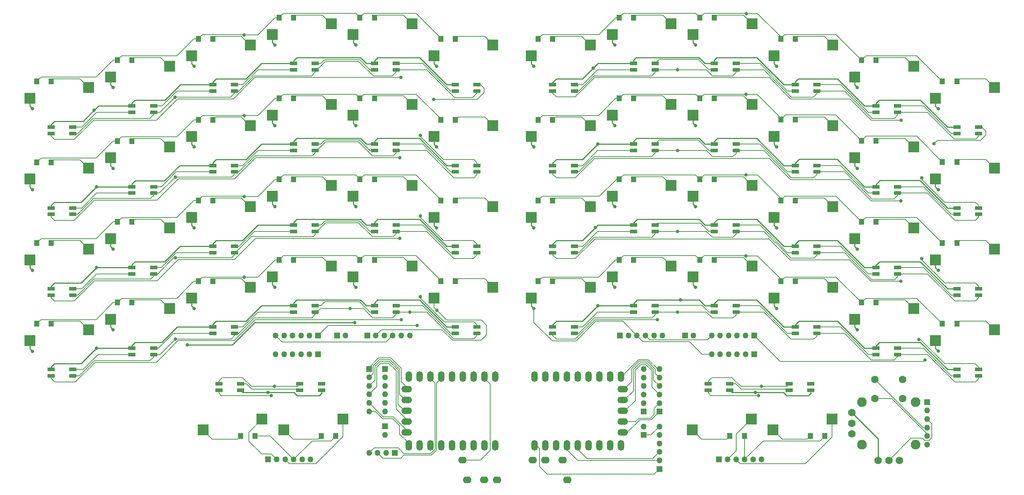
<source format=gbr>
%TF.GenerationSoftware,KiCad,Pcbnew,7.0.8*%
%TF.CreationDate,2024-04-16T05:21:19+09:00*%
%TF.ProjectId,pcb,7063622e-6b69-4636-9164-5f7063625858,rev?*%
%TF.SameCoordinates,Original*%
%TF.FileFunction,Copper,L2,Bot*%
%TF.FilePolarity,Positive*%
%FSLAX46Y46*%
G04 Gerber Fmt 4.6, Leading zero omitted, Abs format (unit mm)*
G04 Created by KiCad (PCBNEW 7.0.8) date 2024-04-16 05:21:19*
%MOMM*%
%LPD*%
G01*
G04 APERTURE LIST*
G04 Aperture macros list*
%AMRoundRect*
0 Rectangle with rounded corners*
0 $1 Rounding radius*
0 $2 $3 $4 $5 $6 $7 $8 $9 X,Y pos of 4 corners*
0 Add a 4 corners polygon primitive as box body*
4,1,4,$2,$3,$4,$5,$6,$7,$8,$9,$2,$3,0*
0 Add four circle primitives for the rounded corners*
1,1,$1+$1,$2,$3*
1,1,$1+$1,$4,$5*
1,1,$1+$1,$6,$7*
1,1,$1+$1,$8,$9*
0 Add four rect primitives between the rounded corners*
20,1,$1+$1,$2,$3,$4,$5,0*
20,1,$1+$1,$4,$5,$6,$7,0*
20,1,$1+$1,$6,$7,$8,$9,0*
20,1,$1+$1,$8,$9,$2,$3,0*%
G04 Aperture macros list end*
%TA.AperFunction,SMDPad,CuDef*%
%ADD10R,2.550000X2.500000*%
%TD*%
%TA.AperFunction,ComponentPad*%
%ADD11R,1.350000X1.350000*%
%TD*%
%TA.AperFunction,ComponentPad*%
%ADD12O,1.350000X1.350000*%
%TD*%
%TA.AperFunction,ComponentPad*%
%ADD13O,1.400000X1.000000*%
%TD*%
%TA.AperFunction,ComponentPad*%
%ADD14O,2.000000X1.600000*%
%TD*%
%TA.AperFunction,ComponentPad*%
%ADD15C,1.778000*%
%TD*%
%TA.AperFunction,ComponentPad*%
%ADD16C,2.286000*%
%TD*%
%TA.AperFunction,ComponentPad*%
%ADD17O,1.500000X2.500000*%
%TD*%
%TA.AperFunction,ComponentPad*%
%ADD18O,2.500000X1.500000*%
%TD*%
%TA.AperFunction,SMDPad,CuDef*%
%ADD19R,1.700000X0.820000*%
%TD*%
%TA.AperFunction,SMDPad,CuDef*%
%ADD20RoundRect,0.205000X0.645000X0.205000X-0.645000X0.205000X-0.645000X-0.205000X0.645000X-0.205000X0*%
%TD*%
%TA.AperFunction,SMDPad,CuDef*%
%ADD21RoundRect,0.205000X-0.645000X-0.205000X0.645000X-0.205000X0.645000X0.205000X-0.645000X0.205000X0*%
%TD*%
%TA.AperFunction,SMDPad,CuDef*%
%ADD22R,1.200000X1.400000*%
%TD*%
%TA.AperFunction,ViaPad*%
%ADD23C,0.800000*%
%TD*%
%TA.AperFunction,Conductor*%
%ADD24C,0.200000*%
%TD*%
%TA.AperFunction,Conductor*%
%ADD25C,0.250000*%
%TD*%
G04 APERTURE END LIST*
D10*
%TO.P,SW31_R1,1,1*%
%TO.N,Net-(D31_R1-A)*%
X116840000Y-77029851D03*
%TO.P,SW31_R1,2,2*%
%TO.N,col3_R*%
X102990000Y-79569851D03*
%TD*%
%TO.P,SW42_L1,1,1*%
%TO.N,Net-(D42_L1-A)*%
X215740000Y-91029851D03*
%TO.P,SW42_L1,2,2*%
%TO.N,col4_L*%
X201890000Y-93569851D03*
%TD*%
%TO.P,SW52_L1,1,1*%
%TO.N,Net-(D52_L1-A)*%
X196740000Y-96029851D03*
%TO.P,SW52_L1,2,2*%
%TO.N,col5_L*%
X182890000Y-98569851D03*
%TD*%
%TO.P,SW12_R1,1,1*%
%TO.N,Net-(D12_R1-A)*%
X154840000Y-91029851D03*
%TO.P,SW12_R1,2,2*%
%TO.N,col1_R*%
X140990000Y-93569851D03*
%TD*%
%TO.P,SW11_R1,1,1*%
%TO.N,Net-(D11_R1-A)*%
X154840000Y-72029851D03*
%TO.P,SW11_R1,2,2*%
%TO.N,col1_R*%
X140990000Y-74569851D03*
%TD*%
%TO.P,SW50_R1,1,1*%
%TO.N,Net-(D50_R1-A)*%
X78840000Y-68029851D03*
%TO.P,SW50_R1,2,2*%
%TO.N,col5_R*%
X64990000Y-70569851D03*
%TD*%
%TO.P,SW10_R1,1,1*%
%TO.N,Net-(D10_R1-A)*%
X154840000Y-53029851D03*
%TO.P,SW10_R1,2,2*%
%TO.N,col1_R*%
X140990000Y-55569851D03*
%TD*%
%TO.P,SW14_R1,1,1*%
%TO.N,Net-(D14_R1-A)*%
X124710000Y-148580000D03*
%TO.P,SW14_R1,2,2*%
%TO.N,col1_Sub_R*%
X138560000Y-146040000D03*
%TD*%
%TO.P,SW40_R1,1,1*%
%TO.N,Net-(D40_R1-A)*%
X97840000Y-63029851D03*
%TO.P,SW40_R1,2,2*%
%TO.N,col4_R*%
X83990000Y-65569851D03*
%TD*%
%TO.P,SW32_R1,1,1*%
%TO.N,Net-(D32_R1-A)*%
X116840000Y-96029851D03*
%TO.P,SW32_R1,2,2*%
%TO.N,col3_R*%
X102990000Y-98569851D03*
%TD*%
%TO.P,SW12_L1,1,1*%
%TO.N,Net-(D12_L1-A)*%
X272740000Y-101029851D03*
%TO.P,SW12_L1,2,2*%
%TO.N,col1_L*%
X258890000Y-103569851D03*
%TD*%
%TO.P,SW53_R1,1,1*%
%TO.N,Net-(D53_R1-A)*%
X78840000Y-125029851D03*
%TO.P,SW53_R1,2,2*%
%TO.N,col5_R*%
X64990000Y-127569851D03*
%TD*%
%TO.P,SW42_R1,1,1*%
%TO.N,Net-(D42_R1-A)*%
X97840000Y-101029851D03*
%TO.P,SW42_R1,2,2*%
%TO.N,col4_R*%
X83990000Y-103569851D03*
%TD*%
%TO.P,SW33_R1,1,1*%
%TO.N,Net-(D33_R1-A)*%
X116840000Y-115029851D03*
%TO.P,SW33_R1,2,2*%
%TO.N,col3_R*%
X102990000Y-117569851D03*
%TD*%
D11*
%TO.P,Col_L1,1,Pin_1*%
%TO.N,JS_SEL*%
X209250000Y-144250000D03*
D12*
%TO.P,Col_L1,2,Pin_2*%
%TO.N,Net-(Col_L1-Pin_2)*%
X209250000Y-142250000D03*
%TO.P,Col_L1,3,Pin_3*%
%TO.N,Net-(Col_L1-Pin_3)*%
X209250000Y-140250000D03*
%TO.P,Col_L1,4,Pin_4*%
%TO.N,Net-(Col_L1-Pin_4)*%
X209250000Y-138250000D03*
%TO.P,Col_L1,5,Pin_5*%
%TO.N,Net-(Col_L1-Pin_5)*%
X209250000Y-136250000D03*
%TO.P,Col_L1,6,Pin_6*%
%TO.N,Net-(Col_L1-Pin_6)*%
X209250000Y-134250000D03*
%TD*%
D10*
%TO.P,SW10_L1,1,1*%
%TO.N,Net-(D10_L1-A)*%
X272740000Y-63029851D03*
%TO.P,SW10_L1,2,2*%
%TO.N,col1_L*%
X258890000Y-65569851D03*
%TD*%
%TO.P,SW22_R1,1,1*%
%TO.N,Net-(D22_R1-A)*%
X135840000Y-91029851D03*
%TO.P,SW22_R1,2,2*%
%TO.N,col2_R*%
X121990000Y-93569851D03*
%TD*%
D13*
%TO.P,TRRS1,R1*%
%TO.N,I2C_VCC*%
X167800000Y-160300000D03*
D14*
X167800000Y-160300000D03*
D13*
%TO.P,TRRS1,R2*%
%TO.N,Net-(MCU1-1)*%
X171800000Y-160300000D03*
D14*
X171800000Y-160300000D03*
D13*
%TO.P,TRRS1,S*%
%TO.N,Net-(MCU1-0)*%
X174800000Y-160300000D03*
D14*
X174800000Y-160300000D03*
D13*
%TO.P,TRRS1,T*%
%TO.N,GND_R1*%
X166700000Y-155700000D03*
D14*
X166700000Y-155700000D03*
%TD*%
D11*
%TO.P,MatrixC_R1,1,Pin_1*%
%TO.N,col0_R*%
X132750000Y-130800000D03*
D12*
%TO.P,MatrixC_R1,2,Pin_2*%
%TO.N,col1_R*%
X130750000Y-130800000D03*
%TO.P,MatrixC_R1,3,Pin_3*%
%TO.N,col2_R*%
X128750000Y-130800000D03*
%TO.P,MatrixC_R1,4,Pin_4*%
%TO.N,col3_R*%
X126750000Y-130800000D03*
%TO.P,MatrixC_R1,5,Pin_5*%
%TO.N,col4_R*%
X124750000Y-130800000D03*
%TO.P,MatrixC_R1,6,Pin_6*%
%TO.N,col5_R*%
X122750000Y-130800000D03*
%TD*%
D11*
%TO.P,Joystick1,1,Pin_1*%
%TO.N,VCC_5V_L1*%
X213000000Y-157750000D03*
D12*
%TO.P,Joystick1,2,Pin_2*%
%TO.N,JS_V*%
X213000000Y-155750000D03*
%TO.P,Joystick1,3,Pin_3*%
%TO.N,JS_H*%
X213000000Y-153750000D03*
%TO.P,Joystick1,4,Pin_4*%
%TO.N,JS_SEL*%
X213000000Y-151750000D03*
%TO.P,Joystick1,5,Pin_5*%
%TO.N,Net-(D_Sel1-A)*%
X213000000Y-149750000D03*
%TO.P,Joystick1,6,Pin_6*%
%TO.N,GND_L1*%
X213000000Y-147750000D03*
%TD*%
D10*
%TO.P,SW53_L1,1,1*%
%TO.N,Net-(D53_L1-A)*%
X196740000Y-115029851D03*
%TO.P,SW53_L1,2,2*%
%TO.N,col5_L*%
X182890000Y-117569851D03*
%TD*%
D13*
%TO.P,TRRS2,R1*%
%TO.N,VCC_3V_L1*%
X190200000Y-155700000D03*
D14*
X190200000Y-155700000D03*
D13*
%TO.P,TRRS2,R2*%
%TO.N,Net-(MCU2-1)*%
X186200000Y-155700000D03*
D14*
X186200000Y-155700000D03*
D13*
%TO.P,TRRS2,S*%
%TO.N,Net-(MCU2-0)*%
X183200000Y-155700000D03*
D14*
X183200000Y-155700000D03*
D13*
%TO.P,TRRS2,T*%
%TO.N,GND_L1*%
X191300000Y-160300000D03*
D14*
X191300000Y-160300000D03*
%TD*%
D11*
%TO.P,Main_to_Sub1,1,Pin_1*%
%TO.N,VDD_R*%
X144300000Y-126359851D03*
D12*
%TO.P,Main_to_Sub1,2,Pin_2*%
%TO.N,col0_R*%
X146300000Y-126359851D03*
%TO.P,Main_to_Sub1,3,Pin_3*%
%TO.N,col1_R*%
X148300000Y-126359851D03*
%TO.P,Main_to_Sub1,4,Pin_4*%
%TO.N,row4_R*%
X150300000Y-126359851D03*
%TO.P,Main_to_Sub1,5,Pin_5*%
%TO.N,LED_Main_R*%
X152300000Y-126359851D03*
%TO.P,Main_to_Sub1,6,Pin_6*%
%TO.N,GND_R*%
X154300000Y-126359851D03*
%TD*%
D11*
%TO.P,Main_to_Sub_L1,1,Pin_1*%
%TO.N,VDD_L*%
X203700000Y-126359851D03*
D12*
%TO.P,Main_to_Sub_L1,2,Pin_2*%
%TO.N,col4_L*%
X205700000Y-126359851D03*
%TO.P,Main_to_Sub_L1,3,Pin_3*%
%TO.N,col5_L*%
X207700000Y-126359851D03*
%TO.P,Main_to_Sub_L1,4,Pin_4*%
%TO.N,row4_L*%
X209700000Y-126359851D03*
%TO.P,Main_to_Sub_L1,5,Pin_5*%
%TO.N,LED_Main_L*%
X211700000Y-126359851D03*
%TO.P,Main_to_Sub_L1,6,Pin_6*%
%TO.N,GND_L*%
X213700000Y-126359851D03*
%TD*%
D10*
%TO.P,SW21_R1,1,1*%
%TO.N,Net-(D21_R1-A)*%
X135840000Y-72029851D03*
%TO.P,SW21_R1,2,2*%
%TO.N,col2_R*%
X121990000Y-74569851D03*
%TD*%
D15*
%TO.P,Joystick3,B1A,SEL+*%
%TO.N,Net-(Joystick2-Pin_4)*%
X263653246Y-136701873D03*
%TO.P,Joystick3,B1B*%
%TO.N,N/C*%
X270153246Y-136701873D03*
%TO.P,Joystick3,B2A,SEL-*%
%TO.N,Net-(Joystick2-Pin_5)*%
X263653246Y-141201873D03*
%TO.P,Joystick3,B2B*%
%TO.N,N/C*%
X270153246Y-141201873D03*
%TO.P,Joystick3,H1,H+*%
%TO.N,Net-(Joystick2-Pin_1)*%
X264403246Y-155701873D03*
%TO.P,Joystick3,H2,H*%
%TO.N,Net-(Joystick2-Pin_3)*%
X266903246Y-155701873D03*
%TO.P,Joystick3,H3,H-*%
%TO.N,Net-(Joystick2-Pin_6)*%
X269403246Y-155701873D03*
D16*
%TO.P,Joystick3,S1,SHIELD*%
%TO.N,unconnected-(Joystick3-SHIELD-PadS1)*%
X260603246Y-142001873D03*
%TO.P,Joystick3,S2,SHIELD*%
X260603246Y-152001873D03*
%TO.P,Joystick3,S3,SHIELD*%
X273203246Y-152001873D03*
%TO.P,Joystick3,S4,SHIELD*%
X273203246Y-142001873D03*
D15*
%TO.P,Joystick3,V1,V+*%
%TO.N,Net-(Joystick2-Pin_1)*%
X258203246Y-144501873D03*
%TO.P,Joystick3,V2,V*%
%TO.N,Net-(Joystick2-Pin_2)*%
X258203246Y-147049212D03*
%TO.P,Joystick3,V3,V-*%
%TO.N,Net-(Joystick2-Pin_6)*%
X258203246Y-149501873D03*
%TD*%
D10*
%TO.P,SW41_R1,1,1*%
%TO.N,Net-(D41_R1-A)*%
X97840000Y-82029851D03*
%TO.P,SW41_R1,2,2*%
%TO.N,col4_R*%
X83990000Y-84569851D03*
%TD*%
D11*
%TO.P,MatrixR_R1,1,Pin_1*%
%TO.N,LED_L*%
X235250000Y-126400000D03*
D12*
%TO.P,MatrixR_R1,2,Pin_2*%
%TO.N,row0_L*%
X233250000Y-126400000D03*
%TO.P,MatrixR_R1,3,Pin_3*%
%TO.N,row1_L*%
X231250000Y-126400000D03*
%TO.P,MatrixR_R1,4,Pin_4*%
%TO.N,row2_L*%
X229250000Y-126400000D03*
%TO.P,MatrixR_R1,5,Pin_5*%
%TO.N,row3_L*%
X227250000Y-126400000D03*
%TO.P,MatrixR_R1,6,Pin_6*%
%TO.N,row4_L*%
X225250000Y-126400000D03*
%TD*%
D10*
%TO.P,SW23_L1,1,1*%
%TO.N,Net-(D23_L1-A)*%
X253740000Y-115029851D03*
%TO.P,SW23_L1,2,2*%
%TO.N,col2_L*%
X239890000Y-117569851D03*
%TD*%
D11*
%TO.P,Row_R1,1,Pin_1*%
%TO.N,Net-(MCU1-13)*%
X144750000Y-134200000D03*
D12*
%TO.P,Row_R1,2,Pin_2*%
%TO.N,Net-(MCU1-12)*%
X144750000Y-136200000D03*
%TO.P,Row_R1,3,Pin_3*%
%TO.N,Net-(MCU1-11)*%
X144750000Y-138200000D03*
%TO.P,Row_R1,4,Pin_4*%
%TO.N,Net-(MCU1-10)*%
X144750000Y-140200000D03*
%TO.P,Row_R1,5,Pin_5*%
%TO.N,Net-(MCU1-9)*%
X144750000Y-142200000D03*
%TO.P,Row_R1,6,Pin_6*%
%TO.N,Net-(MCU1-8)*%
X144750000Y-144200000D03*
%TD*%
D11*
%TO.P,Power_Mtrx_L1,1,Pin_1*%
%TO.N,GND_L*%
X219000000Y-126359851D03*
D12*
%TO.P,Power_Mtrx_L1,2,Pin_2*%
%TO.N,VDD_L*%
X221000000Y-126359851D03*
%TD*%
D10*
%TO.P,SW43_R1,1,1*%
%TO.N,Net-(D43_R1-A)*%
X97840000Y-120029851D03*
%TO.P,SW43_R1,2,2*%
%TO.N,col4_R*%
X83990000Y-122569851D03*
%TD*%
D11*
%TO.P,MatrixC_L1,1,Pin_1*%
%TO.N,col0_L*%
X235250000Y-130800000D03*
D12*
%TO.P,MatrixC_L1,2,Pin_2*%
%TO.N,col1_L*%
X233250000Y-130800000D03*
%TO.P,MatrixC_L1,3,Pin_3*%
%TO.N,col2_L*%
X231250000Y-130800000D03*
%TO.P,MatrixC_L1,4,Pin_4*%
%TO.N,col3_L*%
X229250000Y-130800000D03*
%TO.P,MatrixC_L1,5,Pin_5*%
%TO.N,col4_L*%
X227250000Y-130800000D03*
%TO.P,MatrixC_L1,6,Pin_6*%
%TO.N,col5_L*%
X225250000Y-130800000D03*
%TD*%
D10*
%TO.P,SW03_L1,1,1*%
%TO.N,Net-(D03_L1-A)*%
X291740000Y-125029851D03*
%TO.P,SW03_L1,2,2*%
%TO.N,col0_L*%
X277890000Y-127569851D03*
%TD*%
%TO.P,SW54_L1,1,1*%
%TO.N,Net-(D54_L1-A)*%
X239710000Y-148580000D03*
%TO.P,SW54_L1,2,2*%
%TO.N,col5_Sub_L*%
X253560000Y-146040000D03*
%TD*%
%TO.P,SW00_L1,1,1*%
%TO.N,Net-(D00_L1-A)*%
X291740000Y-68029851D03*
%TO.P,SW00_L1,2,2*%
%TO.N,col0_L*%
X277890000Y-70569851D03*
%TD*%
%TO.P,SW03_R1,1,1*%
%TO.N,Net-(D03_R1-A)*%
X173840000Y-115029851D03*
%TO.P,SW03_R1,2,2*%
%TO.N,col0_R*%
X159990000Y-117569851D03*
%TD*%
%TO.P,SW32_L1,1,1*%
%TO.N,Net-(D32_L1-A)*%
X234740000Y-91029851D03*
%TO.P,SW32_L1,2,2*%
%TO.N,col3_L*%
X220890000Y-93569851D03*
%TD*%
%TO.P,SW22_L1,1,1*%
%TO.N,Net-(D22_L1-A)*%
X253740000Y-96029851D03*
%TO.P,SW22_L1,2,2*%
%TO.N,col2_L*%
X239890000Y-98569851D03*
%TD*%
%TO.P,SW00_R1,1,1*%
%TO.N,Net-(D00_R1-A)*%
X173840000Y-58029851D03*
%TO.P,SW00_R1,2,2*%
%TO.N,col0_R*%
X159990000Y-60569851D03*
%TD*%
%TO.P,SW02_R1,1,1*%
%TO.N,Net-(D02_R1-A)*%
X173840000Y-96029851D03*
%TO.P,SW02_R1,2,2*%
%TO.N,col0_R*%
X159990000Y-98569851D03*
%TD*%
D11*
%TO.P,Power_Ctrlr_L1,1,Pin_1*%
%TO.N,GND_L1*%
X209250000Y-149750000D03*
D12*
%TO.P,Power_Ctrlr_L1,2,Pin_2*%
%TO.N,VCC_3V_L1*%
X209250000Y-147750000D03*
%TD*%
D11*
%TO.P,Sub_to_Main_L1,1,Pin_1*%
%TO.N,VDD_Sub_L*%
X227000000Y-155500000D03*
D12*
%TO.P,Sub_to_Main_L1,2,Pin_2*%
%TO.N,col4_Sub_L*%
X229000000Y-155500000D03*
%TO.P,Sub_to_Main_L1,3,Pin_3*%
%TO.N,col5_Sub_L*%
X231000000Y-155500000D03*
%TO.P,Sub_to_Main_L1,4,Pin_4*%
%TO.N,row4_Sub_L*%
X233000000Y-155500000D03*
%TO.P,Sub_to_Main_L1,5,Pin_5*%
%TO.N,LED_Sub_L*%
X235000000Y-155500000D03*
%TO.P,Sub_to_Main_L1,6,Pin_6*%
%TO.N,GND_Sub_L*%
X237000000Y-155500000D03*
%TD*%
D10*
%TO.P,SW30_R1,1,1*%
%TO.N,Net-(D30_R1-A)*%
X116840000Y-58029851D03*
%TO.P,SW30_R1,2,2*%
%TO.N,col3_R*%
X102990000Y-60569851D03*
%TD*%
%TO.P,SW51_R1,1,1*%
%TO.N,Net-(D51_R1-A)*%
X78840000Y-87029851D03*
%TO.P,SW51_R1,2,2*%
%TO.N,col5_R*%
X64990000Y-89569851D03*
%TD*%
D17*
%TO.P,MCU2,1,0*%
%TO.N,Net-(MCU2-0)*%
X183590000Y-135976000D03*
%TO.P,MCU2,2,1*%
%TO.N,Net-(MCU2-1)*%
X186130000Y-135976000D03*
%TO.P,MCU2,3,2*%
%TO.N,JS_SEL*%
X188670000Y-135976000D03*
%TO.P,MCU2,4,3*%
%TO.N,Net-(Col_L1-Pin_2)*%
X191210000Y-135976000D03*
%TO.P,MCU2,5,4*%
%TO.N,Net-(Col_L1-Pin_3)*%
X193750000Y-135976000D03*
%TO.P,MCU2,6,5*%
%TO.N,Net-(Col_L1-Pin_4)*%
X196290000Y-135976000D03*
%TO.P,MCU2,7,6*%
%TO.N,Net-(Col_L1-Pin_5)*%
X198830000Y-135976000D03*
%TO.P,MCU2,8,7*%
%TO.N,Net-(Col_L1-Pin_6)*%
X201370000Y-135976000D03*
%TO.P,MCU2,9,8*%
%TO.N,JS_SEL_m*%
X203910000Y-135976000D03*
D18*
%TO.P,MCU2,10,9*%
%TO.N,Net-(MCU2-9)*%
X204410000Y-139016000D03*
%TO.P,MCU2,11,10*%
%TO.N,Net-(MCU2-10)*%
X204410000Y-141556000D03*
%TO.P,MCU2,12,11*%
%TO.N,Net-(MCU2-11)*%
X204410000Y-144096000D03*
%TO.P,MCU2,13,12*%
%TO.N,Net-(MCU2-12)*%
X204410000Y-146636000D03*
%TO.P,MCU2,14,13*%
%TO.N,Net-(MCU2-13)*%
X204410000Y-149176000D03*
D17*
%TO.P,MCU2,15,14*%
%TO.N,unconnected-(MCU2-14-Pad15)*%
X203910000Y-152216000D03*
%TO.P,MCU2,16,15*%
%TO.N,unconnected-(MCU2-15-Pad16)*%
X201370000Y-152216000D03*
%TO.P,MCU2,17,26*%
%TO.N,unconnected-(MCU2-26-Pad17)*%
X198830000Y-152216000D03*
%TO.P,MCU2,18,27*%
%TO.N,unconnected-(MCU2-27-Pad18)*%
X196290000Y-152216000D03*
%TO.P,MCU2,19,28*%
%TO.N,JS_H*%
X193750000Y-152216000D03*
%TO.P,MCU2,20,29*%
%TO.N,JS_V*%
X191210000Y-152216000D03*
%TO.P,MCU2,21,3V3*%
%TO.N,VCC_3V_L1*%
X188670000Y-152216000D03*
%TO.P,MCU2,22,GND*%
%TO.N,GND_L1*%
X186130000Y-152216000D03*
%TO.P,MCU2,23,5V*%
%TO.N,VCC_5V_L1*%
X183590000Y-152216000D03*
%TD*%
%TO.P,MCU1,1,0*%
%TO.N,Net-(MCU1-0)*%
X174410000Y-152216000D03*
%TO.P,MCU1,2,1*%
%TO.N,Net-(MCU1-1)*%
X171870000Y-152216000D03*
%TO.P,MCU1,3,2*%
%TO.N,Net-(CoL_R1-Pin_1)*%
X169330000Y-152216000D03*
%TO.P,MCU1,4,3*%
%TO.N,Net-(CoL_R1-Pin_2)*%
X166790000Y-152216000D03*
%TO.P,MCU1,5,4*%
%TO.N,Net-(CoL_R1-Pin_3)*%
X164250000Y-152216000D03*
%TO.P,MCU1,6,5*%
%TO.N,Net-(CoL_R1-Pin_4)*%
X161710000Y-152216000D03*
%TO.P,MCU1,7,6*%
%TO.N,Net-(CoL_R1-Pin_5)*%
X159170000Y-152216000D03*
%TO.P,MCU1,8,7*%
%TO.N,Net-(CoL_R1-Pin_6)*%
X156630000Y-152216000D03*
%TO.P,MCU1,9,8*%
%TO.N,Net-(MCU1-8)*%
X154090000Y-152216000D03*
D18*
%TO.P,MCU1,10,9*%
%TO.N,Net-(MCU1-9)*%
X153590000Y-149176000D03*
%TO.P,MCU1,11,10*%
%TO.N,Net-(MCU1-10)*%
X153590000Y-146636000D03*
%TO.P,MCU1,12,11*%
%TO.N,Net-(MCU1-11)*%
X153590000Y-144096000D03*
%TO.P,MCU1,13,12*%
%TO.N,Net-(MCU1-12)*%
X153590000Y-141556000D03*
%TO.P,MCU1,14,13*%
%TO.N,Net-(MCU1-13)*%
X153590000Y-139016000D03*
D17*
%TO.P,MCU1,15,14*%
%TO.N,unconnected-(MCU1-14-Pad15)*%
X154090000Y-135976000D03*
%TO.P,MCU1,16,15*%
%TO.N,unconnected-(MCU1-15-Pad16)*%
X156630000Y-135976000D03*
%TO.P,MCU1,17,26*%
%TO.N,I2C_SDA*%
X159170000Y-135976000D03*
%TO.P,MCU1,18,27*%
%TO.N,I2C_SCL*%
X161710000Y-135976000D03*
%TO.P,MCU1,19,28*%
%TO.N,unconnected-(MCU1-28-Pad19)*%
X164250000Y-135976000D03*
%TO.P,MCU1,20,29*%
%TO.N,unconnected-(MCU1-29-Pad20)*%
X166790000Y-135976000D03*
%TO.P,MCU1,21,3V3*%
%TO.N,I2C_VCC*%
X169330000Y-135976000D03*
%TO.P,MCU1,22,GND*%
%TO.N,GND_R1*%
X171870000Y-135976000D03*
%TO.P,MCU1,23,5V*%
%TO.N,unconnected-(MCU1-5V-Pad23)*%
X174410000Y-135976000D03*
%TD*%
D11*
%TO.P,MatrixR_R2,1,Pin_1*%
%TO.N,LED_R*%
X132750000Y-126400000D03*
D12*
%TO.P,MatrixR_R2,2,Pin_2*%
%TO.N,row0_R*%
X130750000Y-126400000D03*
%TO.P,MatrixR_R2,3,Pin_3*%
%TO.N,row1_R*%
X128750000Y-126400000D03*
%TO.P,MatrixR_R2,4,Pin_4*%
%TO.N,row2_R*%
X126750000Y-126400000D03*
%TO.P,MatrixR_R2,5,Pin_5*%
%TO.N,row3_R*%
X124750000Y-126400000D03*
%TO.P,MatrixR_R2,6,Pin_6*%
%TO.N,row4_R*%
X122750000Y-126400000D03*
%TD*%
D11*
%TO.P,Power_Ctrlr_R1,1,Pin_1*%
%TO.N,GND_R1*%
X148500000Y-147700000D03*
D12*
%TO.P,Power_Ctrlr_R1,2,Pin_2*%
%TO.N,I2C_VCC*%
X148500000Y-149700000D03*
%TD*%
D10*
%TO.P,SW30_L1,1,1*%
%TO.N,Net-(D30_L1-A)*%
X234740000Y-53029851D03*
%TO.P,SW30_L1,2,2*%
%TO.N,col3_L*%
X220890000Y-55569851D03*
%TD*%
D11*
%TO.P,Joystick2,1,Pin_1*%
%TO.N,Net-(Joystick2-Pin_1)*%
X275903246Y-142001873D03*
D12*
%TO.P,Joystick2,2,Pin_2*%
%TO.N,Net-(Joystick2-Pin_2)*%
X275903246Y-144001873D03*
%TO.P,Joystick2,3,Pin_3*%
%TO.N,Net-(Joystick2-Pin_3)*%
X275903246Y-146001873D03*
%TO.P,Joystick2,4,Pin_4*%
%TO.N,Net-(Joystick2-Pin_4)*%
X275903246Y-148001873D03*
%TO.P,Joystick2,5,Pin_5*%
%TO.N,Net-(Joystick2-Pin_5)*%
X275903246Y-150001873D03*
%TO.P,Joystick2,6,Pin_6*%
%TO.N,Net-(Joystick2-Pin_6)*%
X275903246Y-152001873D03*
%TD*%
D10*
%TO.P,SW21_L1,1,1*%
%TO.N,Net-(D21_L1-A)*%
X253740000Y-77029851D03*
%TO.P,SW21_L1,2,2*%
%TO.N,col2_L*%
X239890000Y-79569851D03*
%TD*%
D11*
%TO.P,Sub_to_Main1,1,Pin_1*%
%TO.N,VDD_Sub_R*%
X121000000Y-155500000D03*
D12*
%TO.P,Sub_to_Main1,2,Pin_2*%
%TO.N,col0_Sub_R*%
X123000000Y-155500000D03*
%TO.P,Sub_to_Main1,3,Pin_3*%
%TO.N,col1_Sub_R*%
X125000000Y-155500000D03*
%TO.P,Sub_to_Main1,4,Pin_4*%
%TO.N,row4_Sub_R*%
X127000000Y-155500000D03*
%TO.P,Sub_to_Main1,5,Pin_5*%
%TO.N,LED_Sub_R*%
X129000000Y-155500000D03*
%TO.P,Sub_to_Main1,6,Pin_6*%
%TO.N,GND_Sub_R*%
X131000000Y-155500000D03*
%TD*%
D11*
%TO.P,Power_Mtrx_R1,1,Pin_1*%
%TO.N,GND_R*%
X137200000Y-126400000D03*
D12*
%TO.P,Power_Mtrx_R1,2,Pin_2*%
%TO.N,VDD_R*%
X139200000Y-126400000D03*
%TD*%
D10*
%TO.P,SW51_L1,1,1*%
%TO.N,Net-(D51_L1-A)*%
X196740000Y-77029851D03*
%TO.P,SW51_L1,2,2*%
%TO.N,col5_L*%
X182890000Y-79569851D03*
%TD*%
%TO.P,SW31_L1,1,1*%
%TO.N,Net-(D31_L1-A)*%
X234740000Y-72029851D03*
%TO.P,SW31_L1,2,2*%
%TO.N,col3_L*%
X220890000Y-74569851D03*
%TD*%
%TO.P,SW52_R1,1,1*%
%TO.N,Net-(D52_R1-A)*%
X78840000Y-106029851D03*
%TO.P,SW52_R1,2,2*%
%TO.N,col5_R*%
X64990000Y-108569851D03*
%TD*%
%TO.P,SW40_L1,1,1*%
%TO.N,Net-(D40_L1-A)*%
X215740000Y-53029851D03*
%TO.P,SW40_L1,2,2*%
%TO.N,col4_L*%
X201890000Y-55569851D03*
%TD*%
%TO.P,SW23_R1,1,1*%
%TO.N,Net-(D23_R1-A)*%
X135840000Y-110029851D03*
%TO.P,SW23_R1,2,2*%
%TO.N,col2_R*%
X121990000Y-112569851D03*
%TD*%
%TO.P,SW13_L1,1,1*%
%TO.N,Net-(D13_L1-A)*%
X272740000Y-120029851D03*
%TO.P,SW13_L1,2,2*%
%TO.N,col1_L*%
X258890000Y-122569851D03*
%TD*%
%TO.P,SW33_L1,1,1*%
%TO.N,Net-(D33_L1-A)*%
X234740000Y-110029851D03*
%TO.P,SW33_L1,2,2*%
%TO.N,col3_L*%
X220890000Y-112569851D03*
%TD*%
%TO.P,SW01_L1,1,1*%
%TO.N,Net-(D01_L1-A)*%
X291740000Y-87029851D03*
%TO.P,SW01_L1,2,2*%
%TO.N,col0_L*%
X277890000Y-89569851D03*
%TD*%
D11*
%TO.P,Row_L1,1,Pin_1*%
%TO.N,Net-(MCU2-13)*%
X213000000Y-144250000D03*
D12*
%TO.P,Row_L1,2,Pin_2*%
%TO.N,Net-(MCU2-12)*%
X213000000Y-142250000D03*
%TO.P,Row_L1,3,Pin_3*%
%TO.N,Net-(MCU2-11)*%
X213000000Y-140250000D03*
%TO.P,Row_L1,4,Pin_4*%
%TO.N,Net-(MCU2-10)*%
X213000000Y-138250000D03*
%TO.P,Row_L1,5,Pin_5*%
%TO.N,Net-(MCU2-9)*%
X213000000Y-136250000D03*
%TO.P,Row_L1,6,Pin_6*%
%TO.N,JS_SEL_m*%
X213000000Y-134250000D03*
%TD*%
D10*
%TO.P,SW43_L1,1,1*%
%TO.N,Net-(D43_L1-A)*%
X215740000Y-110029851D03*
%TO.P,SW43_L1,2,2*%
%TO.N,col4_L*%
X201890000Y-112569851D03*
%TD*%
%TO.P,SW01_R1,1,1*%
%TO.N,Net-(D01_R1-A)*%
X173840000Y-77029851D03*
%TO.P,SW01_R1,2,2*%
%TO.N,col0_R*%
X159990000Y-79569851D03*
%TD*%
%TO.P,SW02_L1,1,1*%
%TO.N,Net-(D02_L1-A)*%
X291740000Y-106029851D03*
%TO.P,SW02_L1,2,2*%
%TO.N,col0_L*%
X277890000Y-108569851D03*
%TD*%
%TO.P,SW20_R1,1,1*%
%TO.N,Net-(D20_R1-A)*%
X135840000Y-53029851D03*
%TO.P,SW20_R1,2,2*%
%TO.N,col2_R*%
X121990000Y-55569851D03*
%TD*%
D11*
%TO.P,CoL_R1,1,Pin_1*%
%TO.N,Net-(CoL_R1-Pin_1)*%
X148500000Y-134200000D03*
D12*
%TO.P,CoL_R1,2,Pin_2*%
%TO.N,Net-(CoL_R1-Pin_2)*%
X148500000Y-136200000D03*
%TO.P,CoL_R1,3,Pin_3*%
%TO.N,Net-(CoL_R1-Pin_3)*%
X148500000Y-138200000D03*
%TO.P,CoL_R1,4,Pin_4*%
%TO.N,Net-(CoL_R1-Pin_4)*%
X148500000Y-140200000D03*
%TO.P,CoL_R1,5,Pin_5*%
%TO.N,Net-(CoL_R1-Pin_5)*%
X148500000Y-142200000D03*
%TO.P,CoL_R1,6,Pin_6*%
%TO.N,Net-(CoL_R1-Pin_6)*%
X148500000Y-144200000D03*
%TD*%
D11*
%TO.P,I2C_pinout1,1,Pin_1*%
%TO.N,GND_R1*%
X150750000Y-154000000D03*
D12*
%TO.P,I2C_pinout1,2,Pin_2*%
%TO.N,I2C_VCC*%
X148750000Y-154000000D03*
%TO.P,I2C_pinout1,3,Pin_3*%
%TO.N,I2C_SCL*%
X146750000Y-154000000D03*
%TO.P,I2C_pinout1,4,Pin_4*%
%TO.N,I2C_SDA*%
X144750000Y-154000000D03*
%TD*%
D10*
%TO.P,SW44_L1,1,1*%
%TO.N,Net-(D44_L1-A)*%
X220710000Y-148580000D03*
%TO.P,SW44_L1,2,2*%
%TO.N,col4_Sub_L*%
X234560000Y-146040000D03*
%TD*%
%TO.P,SW20_L1,1,1*%
%TO.N,Net-(D20_L1-A)*%
X253740000Y-58029851D03*
%TO.P,SW20_L1,2,2*%
%TO.N,col2_L*%
X239890000Y-60569851D03*
%TD*%
%TO.P,SW11_L1,1,1*%
%TO.N,Net-(D11_L1-A)*%
X272740000Y-82029851D03*
%TO.P,SW11_L1,2,2*%
%TO.N,col1_L*%
X258890000Y-84569851D03*
%TD*%
%TO.P,SW50_L1,1,1*%
%TO.N,Net-(D50_L1-A)*%
X196740000Y-58029851D03*
%TO.P,SW50_L1,2,2*%
%TO.N,col5_L*%
X182890000Y-60569851D03*
%TD*%
%TO.P,SW04_R1,1,1*%
%TO.N,Net-(D04_R1-A)*%
X105710000Y-148580000D03*
%TO.P,SW04_R1,2,2*%
%TO.N,col0_Sub_R*%
X119560000Y-146040000D03*
%TD*%
%TO.P,SW13_R1,1,1*%
%TO.N,Net-(D13_R1-A)*%
X154840000Y-110029851D03*
%TO.P,SW13_R1,2,2*%
%TO.N,col1_R*%
X140990000Y-112569851D03*
%TD*%
%TO.P,SW41_L1,1,1*%
%TO.N,Net-(D41_L1-A)*%
X215740000Y-72029851D03*
%TO.P,SW41_L1,2,2*%
%TO.N,col4_L*%
X201890000Y-74569851D03*
%TD*%
D19*
%TO.P,LED44_L1,1,VDD*%
%TO.N,VDD_Sub_L*%
X229550000Y-139250000D03*
%TO.P,LED44_L1,2,DOUT*%
%TO.N,Net-(LED44_L1-DOUT)*%
X229550000Y-137750000D03*
D20*
%TO.P,LED44_L1,3,VSS*%
%TO.N,GND_Sub_L*%
X224450000Y-137750000D03*
D19*
%TO.P,LED44_L1,4,DIN*%
%TO.N,LED_Sub_L*%
X224450000Y-139250000D03*
%TD*%
%TO.P,LED32_L1,1,VDD*%
%TO.N,VDD_L*%
X225900000Y-100359851D03*
%TO.P,LED32_L1,2,DOUT*%
%TO.N,Net-(LED32_L1-DOUT)*%
X225900000Y-101859851D03*
D21*
%TO.P,LED32_L1,3,VSS*%
%TO.N,GND_L*%
X231000000Y-101859851D03*
D19*
%TO.P,LED32_L1,4,DIN*%
%TO.N,Net-(LED22_L1-DOUT)*%
X231000000Y-100359851D03*
%TD*%
%TO.P,LED43_R1,1,VDD*%
%TO.N,VDD_R*%
X89000000Y-129359851D03*
%TO.P,LED43_R1,2,DOUT*%
%TO.N,Net-(LED43_R1-DOUT)*%
X89000000Y-130859851D03*
D21*
%TO.P,LED43_R1,3,VSS*%
%TO.N,GND_R*%
X94100000Y-130859851D03*
D19*
%TO.P,LED43_R1,4,DIN*%
%TO.N,Net-(LED33_R1-DOUT)*%
X94100000Y-129359851D03*
%TD*%
%TO.P,LED20_R1,1,VDD*%
%TO.N,VDD_R*%
X127000000Y-62359851D03*
%TO.P,LED20_R1,2,DOUT*%
%TO.N,Net-(LE300_R1-DIN)*%
X127000000Y-63859851D03*
D21*
%TO.P,LED20_R1,3,VSS*%
%TO.N,GND_R*%
X132100000Y-63859851D03*
D19*
%TO.P,LED20_R1,4,DIN*%
%TO.N,Net-(LED10_R1-DOUT)*%
X132100000Y-62359851D03*
%TD*%
D22*
%TO.P,D23_L1,1,K*%
%TO.N,row3_L*%
X241500000Y-113609851D03*
%TO.P,D23_L1,2,A*%
%TO.N,Net-(D23_L1-A)*%
X244900000Y-113609851D03*
%TD*%
D19*
%TO.P,LED52_L1,1,VDD*%
%TO.N,VDD_L*%
X187900000Y-105359851D03*
%TO.P,LED52_L1,2,DOUT*%
%TO.N,Net-(LED03_L1-DIN)*%
X187900000Y-106859851D03*
D21*
%TO.P,LED52_L1,3,VSS*%
%TO.N,GND_L*%
X193000000Y-106859851D03*
D19*
%TO.P,LED52_L1,4,DIN*%
%TO.N,Net-(LED42_L1-DOUT)*%
X193000000Y-105359851D03*
%TD*%
%TO.P,LED03_R1,1,VDD*%
%TO.N,VDD_R*%
X165000000Y-124359851D03*
%TO.P,LED03_R1,2,DOUT*%
%TO.N,Net-(LED03_R1-DOUT)*%
X165000000Y-125859851D03*
D21*
%TO.P,LED03_R1,3,VSS*%
%TO.N,GND_R*%
X170100000Y-125859851D03*
D19*
%TO.P,LED03_R1,4,DIN*%
%TO.N,Net-(LED03_R1-DIN)*%
X170100000Y-124359851D03*
%TD*%
%TO.P,LED31_R1,1,VDD*%
%TO.N,VDD_R*%
X108000000Y-86359851D03*
%TO.P,LED31_R1,2,DOUT*%
%TO.N,Net-(LED31_R1-DOUT)*%
X108000000Y-87859851D03*
D21*
%TO.P,LED31_R1,3,VSS*%
%TO.N,GND_R*%
X113100000Y-87859851D03*
D19*
%TO.P,LED31_R1,4,DIN*%
%TO.N,Net-(LED21_R1-DOUT)*%
X113100000Y-86359851D03*
%TD*%
%TO.P,LED33_L1,1,VDD*%
%TO.N,VDD_L*%
X225900000Y-119359851D03*
%TO.P,LED33_L1,2,DOUT*%
%TO.N,Net-(LED33_L1-DOUT)*%
X225900000Y-120859851D03*
D21*
%TO.P,LED33_L1,3,VSS*%
%TO.N,GND_L*%
X231000000Y-120859851D03*
D19*
%TO.P,LED33_L1,4,DIN*%
%TO.N,Net-(LED23_L1-DOUT)*%
X231000000Y-119359851D03*
%TD*%
%TO.P,LED33_R1,1,VDD*%
%TO.N,VDD_R*%
X108000000Y-124359851D03*
%TO.P,LED33_R1,2,DOUT*%
%TO.N,Net-(LED33_R1-DOUT)*%
X108000000Y-125859851D03*
D21*
%TO.P,LED33_R1,3,VSS*%
%TO.N,GND_R*%
X113100000Y-125859851D03*
D19*
%TO.P,LED33_R1,4,DIN*%
%TO.N,Net-(LED23_R1-DOUT)*%
X113100000Y-124359851D03*
%TD*%
%TO.P,LED51_R1,1,VDD*%
%TO.N,VDD_R*%
X70000000Y-96359851D03*
%TO.P,LED51_R1,2,DOUT*%
%TO.N,Net-(LED02_R1-DIN)*%
X70000000Y-97859851D03*
D21*
%TO.P,LED51_R1,3,VSS*%
%TO.N,GND_R*%
X75100000Y-97859851D03*
D19*
%TO.P,LED51_R1,4,DIN*%
%TO.N,Net-(LED41_R1-DOUT)*%
X75100000Y-96359851D03*
%TD*%
D22*
%TO.P,D11_L1,1,K*%
%TO.N,row1_L*%
X260500000Y-80553306D03*
%TO.P,D11_L1,2,A*%
%TO.N,Net-(D11_L1-A)*%
X263900000Y-80553306D03*
%TD*%
%TO.P,D21_R1,1,K*%
%TO.N,row1_R*%
X123600000Y-70609851D03*
%TO.P,D21_R1,2,A*%
%TO.N,Net-(D21_R1-A)*%
X127000000Y-70609851D03*
%TD*%
D19*
%TO.P,LED22_R1,1,VDD*%
%TO.N,VDD_R*%
X127000000Y-100359851D03*
%TO.P,LED22_R1,2,DOUT*%
%TO.N,Net-(LED22_R1-DOUT)*%
X127000000Y-101859851D03*
D21*
%TO.P,LED22_R1,3,VSS*%
%TO.N,GND_R*%
X132100000Y-101859851D03*
D19*
%TO.P,LED22_R1,4,DIN*%
%TO.N,Net-(LED12_R1-DOUT)*%
X132100000Y-100359851D03*
%TD*%
%TO.P,LED02_L1,1,VDD*%
%TO.N,VDD_L*%
X282900000Y-115359851D03*
%TO.P,LED02_L1,2,DOUT*%
%TO.N,Net-(LED02_L1-DOUT)*%
X282900000Y-116859851D03*
D21*
%TO.P,LED02_L1,3,VSS*%
%TO.N,GND_L*%
X288000000Y-116859851D03*
D19*
%TO.P,LED02_L1,4,DIN*%
%TO.N,Net-(LED02_L1-DIN)*%
X288000000Y-115359851D03*
%TD*%
D22*
%TO.P,D10_L1,1,K*%
%TO.N,row0_L*%
X260500000Y-61609851D03*
%TO.P,D10_L1,2,A*%
%TO.N,Net-(D10_L1-A)*%
X263900000Y-61609851D03*
%TD*%
D19*
%TO.P,LED43_L1,1,VDD*%
%TO.N,VDD_L*%
X206900000Y-119359851D03*
%TO.P,LED43_L1,2,DOUT*%
%TO.N,Net-(LED43_L1-DOUT)*%
X206900000Y-120859851D03*
D21*
%TO.P,LED43_L1,3,VSS*%
%TO.N,GND_L*%
X212000000Y-120859851D03*
D19*
%TO.P,LED43_L1,4,DIN*%
%TO.N,Net-(LED33_L1-DOUT)*%
X212000000Y-119359851D03*
%TD*%
D22*
%TO.P,D03_L1,1,K*%
%TO.N,row3_L*%
X279500000Y-123609851D03*
%TO.P,D03_L1,2,A*%
%TO.N,Net-(D03_L1-A)*%
X282900000Y-123609851D03*
%TD*%
%TO.P,D00_R1,1,K*%
%TO.N,row0_R*%
X161600000Y-56609851D03*
%TO.P,D00_R1,2,A*%
%TO.N,Net-(D00_R1-A)*%
X165000000Y-56609851D03*
%TD*%
%TO.P,D53_R1,1,K*%
%TO.N,row3_R*%
X66600000Y-123609851D03*
%TO.P,D53_R1,2,A*%
%TO.N,Net-(D53_R1-A)*%
X70000000Y-123609851D03*
%TD*%
%TO.P,D53_L1,1,K*%
%TO.N,row3_L*%
X184500000Y-113609851D03*
%TO.P,D53_L1,2,A*%
%TO.N,Net-(D53_L1-A)*%
X187900000Y-113609851D03*
%TD*%
D19*
%TO.P,LED00_R1,1,VDD*%
%TO.N,VDD_R*%
X165000000Y-67359851D03*
%TO.P,LED00_R1,2,DOUT*%
%TO.N,Net-(LED00_R1-DOUT)*%
X165000000Y-68859851D03*
D21*
%TO.P,LED00_R1,3,VSS*%
%TO.N,GND_R*%
X170100000Y-68859851D03*
D19*
%TO.P,LED00_R1,4,DIN*%
%TO.N,LED_R*%
X170100000Y-67359851D03*
%TD*%
%TO.P,LED21_R1,1,VDD*%
%TO.N,VDD_R*%
X127000000Y-81359851D03*
%TO.P,LED21_R1,2,DOUT*%
%TO.N,Net-(LED21_R1-DOUT)*%
X127000000Y-82859851D03*
D21*
%TO.P,LED21_R1,3,VSS*%
%TO.N,GND_R*%
X132100000Y-82859851D03*
D19*
%TO.P,LED21_R1,4,DIN*%
%TO.N,Net-(LED11_R1-DOUT)*%
X132100000Y-81359851D03*
%TD*%
D22*
%TO.P,D42_R1,1,K*%
%TO.N,row2_R*%
X85600000Y-99609851D03*
%TO.P,D42_R1,2,A*%
%TO.N,Net-(D42_R1-A)*%
X89000000Y-99609851D03*
%TD*%
%TO.P,D44_L1,1,K*%
%TO.N,row4_Sub_L*%
X232950000Y-150000000D03*
%TO.P,D44_L1,2,A*%
%TO.N,Net-(D44_L1-A)*%
X229550000Y-150000000D03*
%TD*%
D19*
%TO.P,LED40_R1,1,VDD*%
%TO.N,VDD_R*%
X89000000Y-72359851D03*
%TO.P,LED40_R1,2,DOUT*%
%TO.N,Net-(LED40_R1-DOUT)*%
X89000000Y-73859851D03*
D21*
%TO.P,LED40_R1,3,VSS*%
%TO.N,GND_R*%
X94100000Y-73859851D03*
D19*
%TO.P,LED40_R1,4,DIN*%
%TO.N,Net-(LE300_R1-DOUT)*%
X94100000Y-72359851D03*
%TD*%
D22*
%TO.P,D01_L1,1,K*%
%TO.N,row1_L*%
X279500000Y-85553306D03*
%TO.P,D01_L1,2,A*%
%TO.N,Net-(D01_L1-A)*%
X282900000Y-85553306D03*
%TD*%
%TO.P,D04_R1,1,K*%
%TO.N,row4_Sub_R*%
X117950000Y-150000000D03*
%TO.P,D04_R1,2,A*%
%TO.N,Net-(D04_R1-A)*%
X114550000Y-150000000D03*
%TD*%
%TO.P,D33_L1,1,K*%
%TO.N,row3_L*%
X222500000Y-108609851D03*
%TO.P,D33_L1,2,A*%
%TO.N,Net-(D33_L1-A)*%
X225900000Y-108609851D03*
%TD*%
%TO.P,D01_R1,1,K*%
%TO.N,row1_R*%
X161600000Y-75609851D03*
%TO.P,D01_R1,2,A*%
%TO.N,Net-(D01_R1-A)*%
X165000000Y-75609851D03*
%TD*%
D19*
%TO.P,LED01_R1,1,VDD*%
%TO.N,VDD_R*%
X165000000Y-86359851D03*
%TO.P,LED01_R1,2,DOUT*%
%TO.N,Net-(LED01_R1-DOUT)*%
X165000000Y-87859851D03*
D21*
%TO.P,LED01_R1,3,VSS*%
%TO.N,GND_R*%
X170100000Y-87859851D03*
D19*
%TO.P,LED01_R1,4,DIN*%
%TO.N,Net-(LED01_R1-DIN)*%
X170100000Y-86359851D03*
%TD*%
D22*
%TO.P,D50_L1,1,K*%
%TO.N,row0_L*%
X184500000Y-56609851D03*
%TO.P,D50_L1,2,A*%
%TO.N,Net-(D50_L1-A)*%
X187900000Y-56609851D03*
%TD*%
D19*
%TO.P,LED02_R1,1,VDD*%
%TO.N,VDD_R*%
X165000000Y-105359851D03*
%TO.P,LED02_R1,2,DOUT*%
%TO.N,Net-(LED02_R1-DOUT)*%
X165000000Y-106859851D03*
D21*
%TO.P,LED02_R1,3,VSS*%
%TO.N,GND_R*%
X170100000Y-106859851D03*
D19*
%TO.P,LED02_R1,4,DIN*%
%TO.N,Net-(LED02_R1-DIN)*%
X170100000Y-105359851D03*
%TD*%
D22*
%TO.P,D43_L1,1,K*%
%TO.N,row3_L*%
X203500000Y-108609851D03*
%TO.P,D43_L1,2,A*%
%TO.N,Net-(D43_L1-A)*%
X206900000Y-108609851D03*
%TD*%
%TO.P,D41_R1,1,K*%
%TO.N,row1_R*%
X85600000Y-80609851D03*
%TO.P,D41_R1,2,A*%
%TO.N,Net-(D41_R1-A)*%
X89000000Y-80609851D03*
%TD*%
%TO.P,D20_L1,1,K*%
%TO.N,row0_L*%
X241500000Y-56609851D03*
%TO.P,D20_L1,2,A*%
%TO.N,Net-(D20_L1-A)*%
X244900000Y-56609851D03*
%TD*%
D19*
%TO.P,LED11_L1,1,VDD*%
%TO.N,VDD_L*%
X263900000Y-91359851D03*
%TO.P,LED11_L1,2,DOUT*%
%TO.N,Net-(LED11_L1-DOUT)*%
X263900000Y-92859851D03*
D21*
%TO.P,LED11_L1,3,VSS*%
%TO.N,GND_L*%
X269000000Y-92859851D03*
D19*
%TO.P,LED11_L1,4,DIN*%
%TO.N,Net-(LED01_L1-DOUT)*%
X269000000Y-91359851D03*
%TD*%
D22*
%TO.P,D22_L1,1,K*%
%TO.N,row2_L*%
X241500000Y-94609851D03*
%TO.P,D22_L1,2,A*%
%TO.N,Net-(D22_L1-A)*%
X244900000Y-94609851D03*
%TD*%
D19*
%TO.P,LED23_R1,1,VDD*%
%TO.N,VDD_R*%
X127000000Y-119359851D03*
%TO.P,LED23_R1,2,DOUT*%
%TO.N,Net-(LED23_R1-DOUT)*%
X127000000Y-120859851D03*
D21*
%TO.P,LED23_R1,3,VSS*%
%TO.N,GND_R*%
X132100000Y-120859851D03*
D19*
%TO.P,LED23_R1,4,DIN*%
%TO.N,Net-(LED13_R1-DOUT)*%
X132100000Y-119359851D03*
%TD*%
D22*
%TO.P,D02_R1,1,K*%
%TO.N,row2_R*%
X161600000Y-94609851D03*
%TO.P,D02_R1,2,A*%
%TO.N,Net-(D02_R1-A)*%
X165000000Y-94609851D03*
%TD*%
D19*
%TO.P,LE300_R1,1,VDD*%
%TO.N,VDD_R*%
X108000000Y-67359851D03*
%TO.P,LE300_R1,2,DOUT*%
%TO.N,Net-(LE300_R1-DOUT)*%
X108000000Y-68859851D03*
D21*
%TO.P,LE300_R1,3,VSS*%
%TO.N,GND_R*%
X113100000Y-68859851D03*
D19*
%TO.P,LE300_R1,4,DIN*%
%TO.N,Net-(LE300_R1-DIN)*%
X113100000Y-67359851D03*
%TD*%
%TO.P,LED41_L1,1,VDD*%
%TO.N,VDD_L*%
X206900000Y-81359851D03*
%TO.P,LED41_L1,2,DOUT*%
%TO.N,Net-(LED41_L1-DOUT)*%
X206900000Y-82859851D03*
D21*
%TO.P,LED41_L1,3,VSS*%
%TO.N,GND_L*%
X212000000Y-82859851D03*
D19*
%TO.P,LED41_L1,4,DIN*%
%TO.N,Net-(LED31_L1-DOUT)*%
X212000000Y-81359851D03*
%TD*%
D22*
%TO.P,D11_R1,1,K*%
%TO.N,row1_R*%
X142600000Y-70609851D03*
%TO.P,D11_R1,2,A*%
%TO.N,Net-(D11_R1-A)*%
X146000000Y-70609851D03*
%TD*%
%TO.P,D10_R1,1,K*%
%TO.N,row0_R*%
X142600000Y-51609851D03*
%TO.P,D10_R1,2,A*%
%TO.N,Net-(D10_R1-A)*%
X146000000Y-51609851D03*
%TD*%
D19*
%TO.P,LED03_L1,1,VDD*%
%TO.N,VDD_L*%
X282900000Y-134359851D03*
%TO.P,LED03_L1,2,DOUT*%
%TO.N,Net-(LED03_L1-DOUT)*%
X282900000Y-135859851D03*
D21*
%TO.P,LED03_L1,3,VSS*%
%TO.N,GND_L*%
X288000000Y-135859851D03*
D19*
%TO.P,LED03_L1,4,DIN*%
%TO.N,Net-(LED03_L1-DIN)*%
X288000000Y-134359851D03*
%TD*%
D22*
%TO.P,D50_R1,1,K*%
%TO.N,row0_R*%
X66600000Y-66609851D03*
%TO.P,D50_R1,2,A*%
%TO.N,Net-(D50_R1-A)*%
X70000000Y-66609851D03*
%TD*%
%TO.P,D00_L1,1,K*%
%TO.N,row0_L*%
X279500000Y-66609851D03*
%TO.P,D00_L1,2,A*%
%TO.N,Net-(D00_L1-A)*%
X282900000Y-66609851D03*
%TD*%
D19*
%TO.P,LED10_R1,1,VDD*%
%TO.N,VDD_R*%
X146000000Y-62359851D03*
%TO.P,LED10_R1,2,DOUT*%
%TO.N,Net-(LED10_R1-DOUT)*%
X146000000Y-63859851D03*
D21*
%TO.P,LED10_R1,3,VSS*%
%TO.N,GND_R*%
X151100000Y-63859851D03*
D19*
%TO.P,LED10_R1,4,DIN*%
%TO.N,Net-(LED00_R1-DOUT)*%
X151100000Y-62359851D03*
%TD*%
%TO.P,LED50_L1,1,VDD*%
%TO.N,VDD_L*%
X187900000Y-67359851D03*
%TO.P,LED50_L1,2,DOUT*%
%TO.N,Net-(LED01_L1-DIN)*%
X187900000Y-68859851D03*
D21*
%TO.P,LED50_L1,3,VSS*%
%TO.N,GND_L*%
X193000000Y-68859851D03*
D19*
%TO.P,LED50_L1,4,DIN*%
%TO.N,Net-(LED40_L1-DOUT)*%
X193000000Y-67359851D03*
%TD*%
%TO.P,LED50_R1,1,VDD*%
%TO.N,VDD_R*%
X70000000Y-77359851D03*
%TO.P,LED50_R1,2,DOUT*%
%TO.N,Net-(LED01_R1-DIN)*%
X70000000Y-78859851D03*
D21*
%TO.P,LED50_R1,3,VSS*%
%TO.N,GND_R*%
X75100000Y-78859851D03*
D19*
%TO.P,LED50_R1,4,DIN*%
%TO.N,Net-(LED40_R1-DOUT)*%
X75100000Y-77359851D03*
%TD*%
%TO.P,LED10_L1,1,VDD*%
%TO.N,VDD_L*%
X263900000Y-72359851D03*
%TO.P,LED10_L1,2,DOUT*%
%TO.N,Net-(LED10_L1-DOUT)*%
X263900000Y-73859851D03*
D21*
%TO.P,LED10_L1,3,VSS*%
%TO.N,GND_L*%
X269000000Y-73859851D03*
D19*
%TO.P,LED10_L1,4,DIN*%
%TO.N,Net-(LED00_L1-DOUT)*%
X269000000Y-72359851D03*
%TD*%
D22*
%TO.P,D40_L1,1,K*%
%TO.N,row0_L*%
X203500000Y-51609851D03*
%TO.P,D40_L1,2,A*%
%TO.N,Net-(D40_L1-A)*%
X206900000Y-51609851D03*
%TD*%
%TO.P,D31_R1,1,K*%
%TO.N,row1_R*%
X104600000Y-75609851D03*
%TO.P,D31_R1,2,A*%
%TO.N,Net-(D31_R1-A)*%
X108000000Y-75609851D03*
%TD*%
%TO.P,D32_R1,1,K*%
%TO.N,row2_R*%
X104600000Y-94609851D03*
%TO.P,D32_R1,2,A*%
%TO.N,Net-(D32_R1-A)*%
X108000000Y-94609851D03*
%TD*%
%TO.P,D20_R1,1,K*%
%TO.N,row0_R*%
X123600000Y-51609851D03*
%TO.P,D20_R1,2,A*%
%TO.N,Net-(D20_R1-A)*%
X127000000Y-51609851D03*
%TD*%
%TO.P,D30_L1,1,K*%
%TO.N,row0_L*%
X222500000Y-51609851D03*
%TO.P,D30_L1,2,A*%
%TO.N,Net-(D30_L1-A)*%
X225900000Y-51609851D03*
%TD*%
D19*
%TO.P,LED13_L1,1,VDD*%
%TO.N,VDD_L*%
X263900000Y-129359851D03*
%TO.P,LED13_L1,2,DOUT*%
%TO.N,Net-(LED13_L1-DOUT)*%
X263900000Y-130859851D03*
D21*
%TO.P,LED13_L1,3,VSS*%
%TO.N,GND_L*%
X269000000Y-130859851D03*
D19*
%TO.P,LED13_L1,4,DIN*%
%TO.N,Net-(LED03_L1-DOUT)*%
X269000000Y-129359851D03*
%TD*%
%TO.P,LED42_L1,1,VDD*%
%TO.N,VDD_L*%
X206900000Y-100359851D03*
%TO.P,LED42_L1,2,DOUT*%
%TO.N,Net-(LED42_L1-DOUT)*%
X206900000Y-101859851D03*
D21*
%TO.P,LED42_L1,3,VSS*%
%TO.N,GND_L*%
X212000000Y-101859851D03*
D19*
%TO.P,LED42_L1,4,DIN*%
%TO.N,Net-(LED32_L1-DOUT)*%
X212000000Y-100359851D03*
%TD*%
%TO.P,LED52_R1,1,VDD*%
%TO.N,VDD_R*%
X70000000Y-115359851D03*
%TO.P,LED52_R1,2,DOUT*%
%TO.N,Net-(LED03_R1-DIN)*%
X70000000Y-116859851D03*
D21*
%TO.P,LED52_R1,3,VSS*%
%TO.N,GND_R*%
X75100000Y-116859851D03*
D19*
%TO.P,LED52_R1,4,DIN*%
%TO.N,Net-(LED42_R1-DOUT)*%
X75100000Y-115359851D03*
%TD*%
%TO.P,LED11_R1,1,VDD*%
%TO.N,VDD_R*%
X146000000Y-81359851D03*
%TO.P,LED11_R1,2,DOUT*%
%TO.N,Net-(LED11_R1-DOUT)*%
X146000000Y-82859851D03*
D21*
%TO.P,LED11_R1,3,VSS*%
%TO.N,GND_R*%
X151100000Y-82859851D03*
D19*
%TO.P,LED11_R1,4,DIN*%
%TO.N,Net-(LED01_R1-DOUT)*%
X151100000Y-81359851D03*
%TD*%
D22*
%TO.P,D22_R1,1,K*%
%TO.N,row2_R*%
X123600000Y-89609851D03*
%TO.P,D22_R1,2,A*%
%TO.N,Net-(D22_R1-A)*%
X127000000Y-89609851D03*
%TD*%
D19*
%TO.P,LED53_R1,1,VDD*%
%TO.N,VDD_R*%
X70000000Y-134359851D03*
%TO.P,LED53_R1,2,DOUT*%
%TO.N,LED_Main_R*%
X70000000Y-135859851D03*
D21*
%TO.P,LED53_R1,3,VSS*%
%TO.N,GND_R*%
X75100000Y-135859851D03*
D19*
%TO.P,LED53_R1,4,DIN*%
%TO.N,Net-(LED43_R1-DOUT)*%
X75100000Y-134359851D03*
%TD*%
%TO.P,LED31_L1,1,VDD*%
%TO.N,VDD_L*%
X225900000Y-81359851D03*
%TO.P,LED31_L1,2,DOUT*%
%TO.N,Net-(LED31_L1-DOUT)*%
X225900000Y-82859851D03*
D21*
%TO.P,LED31_L1,3,VSS*%
%TO.N,GND_L*%
X231000000Y-82859851D03*
D19*
%TO.P,LED31_L1,4,DIN*%
%TO.N,Net-(LED21_L1-DOUT)*%
X231000000Y-81359851D03*
%TD*%
D22*
%TO.P,D33_R1,1,K*%
%TO.N,row3_R*%
X104600000Y-113609851D03*
%TO.P,D33_R1,2,A*%
%TO.N,Net-(D33_R1-A)*%
X108000000Y-113609851D03*
%TD*%
D19*
%TO.P,LED23_L1,1,VDD*%
%TO.N,VDD_L*%
X244900000Y-124359851D03*
%TO.P,LED23_L1,2,DOUT*%
%TO.N,Net-(LED23_L1-DOUT)*%
X244900000Y-125859851D03*
D21*
%TO.P,LED23_L1,3,VSS*%
%TO.N,GND_L*%
X250000000Y-125859851D03*
D19*
%TO.P,LED23_L1,4,DIN*%
%TO.N,Net-(LED13_L1-DOUT)*%
X250000000Y-124359851D03*
%TD*%
D22*
%TO.P,D02_L1,1,K*%
%TO.N,row2_L*%
X279500000Y-104609851D03*
%TO.P,D02_L1,2,A*%
%TO.N,Net-(D02_L1-A)*%
X282900000Y-104609851D03*
%TD*%
%TO.P,D32_L1,1,K*%
%TO.N,row2_L*%
X222500000Y-89609851D03*
%TO.P,D32_L1,2,A*%
%TO.N,Net-(D32_L1-A)*%
X225900000Y-89609851D03*
%TD*%
D19*
%TO.P,LED21_L1,1,VDD*%
%TO.N,VDD_L*%
X244900000Y-86359851D03*
%TO.P,LED21_L1,2,DOUT*%
%TO.N,Net-(LED21_L1-DOUT)*%
X244900000Y-87859851D03*
D21*
%TO.P,LED21_L1,3,VSS*%
%TO.N,GND_L*%
X250000000Y-87859851D03*
D19*
%TO.P,LED21_L1,4,DIN*%
%TO.N,Net-(LED11_L1-DOUT)*%
X250000000Y-86359851D03*
%TD*%
D22*
%TO.P,D41_L1,1,K*%
%TO.N,row1_L*%
X203500000Y-70609851D03*
%TO.P,D41_L1,2,A*%
%TO.N,Net-(D41_L1-A)*%
X206900000Y-70609851D03*
%TD*%
%TO.P,D51_R1,1,K*%
%TO.N,row1_R*%
X66600000Y-85609851D03*
%TO.P,D51_R1,2,A*%
%TO.N,Net-(D51_R1-A)*%
X70000000Y-85609851D03*
%TD*%
%TO.P,D23_R1,1,K*%
%TO.N,row3_R*%
X123600000Y-108609851D03*
%TO.P,D23_R1,2,A*%
%TO.N,Net-(D23_R1-A)*%
X127000000Y-108609851D03*
%TD*%
%TO.P,D31_L1,1,K*%
%TO.N,row1_L*%
X222500000Y-70609851D03*
%TO.P,D31_L1,2,A*%
%TO.N,Net-(D31_L1-A)*%
X225900000Y-70609851D03*
%TD*%
%TO.P,D13_R1,1,K*%
%TO.N,row3_R*%
X142600000Y-108609851D03*
%TO.P,D13_R1,2,A*%
%TO.N,Net-(D13_R1-A)*%
X146000000Y-108609851D03*
%TD*%
%TO.P,D40_R1,1,K*%
%TO.N,row0_R*%
X85600000Y-61609851D03*
%TO.P,D40_R1,2,A*%
%TO.N,Net-(D40_R1-A)*%
X89000000Y-61609851D03*
%TD*%
%TO.P,D52_R1,1,K*%
%TO.N,row2_R*%
X66600000Y-104609851D03*
%TO.P,D52_R1,2,A*%
%TO.N,Net-(D52_R1-A)*%
X70000000Y-104609851D03*
%TD*%
D19*
%TO.P,LED13_R1,1,VDD*%
%TO.N,VDD_R*%
X146000000Y-119359851D03*
%TO.P,LED13_R1,2,DOUT*%
%TO.N,Net-(LED13_R1-DOUT)*%
X146000000Y-120859851D03*
D21*
%TO.P,LED13_R1,3,VSS*%
%TO.N,GND_R*%
X151100000Y-120859851D03*
D19*
%TO.P,LED13_R1,4,DIN*%
%TO.N,Net-(LED03_R1-DOUT)*%
X151100000Y-119359851D03*
%TD*%
%TO.P,LED14_R1,1,VDD*%
%TO.N,VDD_Sub_R*%
X133550000Y-139250000D03*
%TO.P,LED14_R1,2,DOUT*%
%TO.N,unconnected-(LED14_R1-DOUT-Pad2)*%
X133550000Y-137750000D03*
D20*
%TO.P,LED14_R1,3,VSS*%
%TO.N,GND_Sub_R*%
X128450000Y-137750000D03*
D19*
%TO.P,LED14_R1,4,DIN*%
%TO.N,Net-(LED04_R1-DOUT)*%
X128450000Y-139250000D03*
%TD*%
D22*
%TO.P,D54_L1,1,K*%
%TO.N,row4_Sub_L*%
X251900000Y-150000000D03*
%TO.P,D54_L1,2,A*%
%TO.N,Net-(D54_L1-A)*%
X248500000Y-150000000D03*
%TD*%
D19*
%TO.P,LED41_R1,1,VDD*%
%TO.N,VDD_R*%
X89000000Y-91359851D03*
%TO.P,LED41_R1,2,DOUT*%
%TO.N,Net-(LED41_R1-DOUT)*%
X89000000Y-92859851D03*
D21*
%TO.P,LED41_R1,3,VSS*%
%TO.N,GND_R*%
X94100000Y-92859851D03*
D19*
%TO.P,LED41_R1,4,DIN*%
%TO.N,Net-(LED31_R1-DOUT)*%
X94100000Y-91359851D03*
%TD*%
D22*
%TO.P,D12_L1,1,K*%
%TO.N,row2_L*%
X260500000Y-99609851D03*
%TO.P,D12_L1,2,A*%
%TO.N,Net-(D12_L1-A)*%
X263900000Y-99609851D03*
%TD*%
%TO.P,D21_L1,1,K*%
%TO.N,row1_L*%
X241500000Y-75553306D03*
%TO.P,D21_L1,2,A*%
%TO.N,Net-(D21_L1-A)*%
X244900000Y-75553306D03*
%TD*%
D19*
%TO.P,LED04_R1,1,VDD*%
%TO.N,VDD_Sub_R*%
X114550000Y-139250000D03*
%TO.P,LED04_R1,2,DOUT*%
%TO.N,Net-(LED04_R1-DOUT)*%
X114550000Y-137750000D03*
D20*
%TO.P,LED04_R1,3,VSS*%
%TO.N,GND_Sub_R*%
X109450000Y-137750000D03*
D19*
%TO.P,LED04_R1,4,DIN*%
%TO.N,LED_Sub_R*%
X109450000Y-139250000D03*
%TD*%
D22*
%TO.P,D12_R1,1,K*%
%TO.N,row2_R*%
X142600000Y-89609851D03*
%TO.P,D12_R1,2,A*%
%TO.N,Net-(D12_R1-A)*%
X146000000Y-89609851D03*
%TD*%
%TO.P,D43_R1,1,K*%
%TO.N,row3_R*%
X85600000Y-118609851D03*
%TO.P,D43_R1,2,A*%
%TO.N,Net-(D43_R1-A)*%
X89000000Y-118609851D03*
%TD*%
D19*
%TO.P,LED00_L1,1,VDD*%
%TO.N,VDD_L*%
X282900000Y-77359851D03*
%TO.P,LED00_L1,2,DOUT*%
%TO.N,Net-(LED00_L1-DOUT)*%
X282900000Y-78859851D03*
D21*
%TO.P,LED00_L1,3,VSS*%
%TO.N,GND_L*%
X288000000Y-78859851D03*
D19*
%TO.P,LED00_L1,4,DIN*%
%TO.N,LED_L*%
X288000000Y-77359851D03*
%TD*%
%TO.P,LED30_L1,1,VDD*%
%TO.N,VDD_L*%
X225900000Y-62359851D03*
%TO.P,LED30_L1,2,DOUT*%
%TO.N,Net-(LED30_L1-DOUT)*%
X225900000Y-63859851D03*
D21*
%TO.P,LED30_L1,3,VSS*%
%TO.N,GND_L*%
X231000000Y-63859851D03*
D19*
%TO.P,LED30_L1,4,DIN*%
%TO.N,Net-(LED20_L1-DOUT)*%
X231000000Y-62359851D03*
%TD*%
%TO.P,LED32_R1,1,VDD*%
%TO.N,VDD_R*%
X108000000Y-105359851D03*
%TO.P,LED32_R1,2,DOUT*%
%TO.N,Net-(LED32_R1-DOUT)*%
X108000000Y-106859851D03*
D21*
%TO.P,LED32_R1,3,VSS*%
%TO.N,GND_R*%
X113100000Y-106859851D03*
D19*
%TO.P,LED32_R1,4,DIN*%
%TO.N,Net-(LED22_R1-DOUT)*%
X113100000Y-105359851D03*
%TD*%
%TO.P,LED12_R1,1,VDD*%
%TO.N,VDD_R*%
X146000000Y-100359851D03*
%TO.P,LED12_R1,2,DOUT*%
%TO.N,Net-(LED12_R1-DOUT)*%
X146000000Y-101859851D03*
D21*
%TO.P,LED12_R1,3,VSS*%
%TO.N,GND_R*%
X151100000Y-101859851D03*
D19*
%TO.P,LED12_R1,4,DIN*%
%TO.N,Net-(LED02_R1-DOUT)*%
X151100000Y-100359851D03*
%TD*%
%TO.P,LED42_R1,1,VDD*%
%TO.N,VDD_R*%
X89000000Y-110359851D03*
%TO.P,LED42_R1,2,DOUT*%
%TO.N,Net-(LED42_R1-DOUT)*%
X89000000Y-111859851D03*
D21*
%TO.P,LED42_R1,3,VSS*%
%TO.N,GND_R*%
X94100000Y-111859851D03*
D19*
%TO.P,LED42_R1,4,DIN*%
%TO.N,Net-(LED32_R1-DOUT)*%
X94100000Y-110359851D03*
%TD*%
%TO.P,LED51_L1,1,VDD*%
%TO.N,VDD_L*%
X187900000Y-86359851D03*
%TO.P,LED51_L1,2,DOUT*%
%TO.N,Net-(LED02_L1-DIN)*%
X187900000Y-87859851D03*
D21*
%TO.P,LED51_L1,3,VSS*%
%TO.N,GND_L*%
X193000000Y-87859851D03*
D19*
%TO.P,LED51_L1,4,DIN*%
%TO.N,Net-(LED41_L1-DOUT)*%
X193000000Y-86359851D03*
%TD*%
D22*
%TO.P,D30_R1,1,K*%
%TO.N,row0_R*%
X104600000Y-56609851D03*
%TO.P,D30_R1,2,A*%
%TO.N,Net-(D30_R1-A)*%
X108000000Y-56609851D03*
%TD*%
%TO.P,D14_R1,1,K*%
%TO.N,row4_Sub_R*%
X136900000Y-150000000D03*
%TO.P,D14_R1,2,A*%
%TO.N,Net-(D14_R1-A)*%
X133500000Y-150000000D03*
%TD*%
D19*
%TO.P,LED54_L1,1,VDD*%
%TO.N,VDD_Sub_L*%
X248550000Y-139250000D03*
%TO.P,LED54_L1,2,DOUT*%
%TO.N,unconnected-(LED54_L1-DOUT-Pad2)*%
X248550000Y-137750000D03*
D20*
%TO.P,LED54_L1,3,VSS*%
%TO.N,GND_Sub_L*%
X243450000Y-137750000D03*
D19*
%TO.P,LED54_L1,4,DIN*%
%TO.N,Net-(LED44_L1-DOUT)*%
X243450000Y-139250000D03*
%TD*%
%TO.P,LED53_L1,1,VDD*%
%TO.N,VDD_L*%
X187900000Y-124359851D03*
%TO.P,LED53_L1,2,DOUT*%
%TO.N,LED_Main_L*%
X187900000Y-125859851D03*
D21*
%TO.P,LED53_L1,3,VSS*%
%TO.N,GND_L*%
X193000000Y-125859851D03*
D19*
%TO.P,LED53_L1,4,DIN*%
%TO.N,Net-(LED43_L1-DOUT)*%
X193000000Y-124359851D03*
%TD*%
%TO.P,LED40_L1,1,VDD*%
%TO.N,VDD_L*%
X206900000Y-62359851D03*
%TO.P,LED40_L1,2,DOUT*%
%TO.N,Net-(LED40_L1-DOUT)*%
X206900000Y-63859851D03*
D21*
%TO.P,LED40_L1,3,VSS*%
%TO.N,GND_L*%
X212000000Y-63859851D03*
D19*
%TO.P,LED40_L1,4,DIN*%
%TO.N,Net-(LED30_L1-DOUT)*%
X212000000Y-62359851D03*
%TD*%
%TO.P,LED12_L1,1,VDD*%
%TO.N,VDD_L*%
X263900000Y-110359851D03*
%TO.P,LED12_L1,2,DOUT*%
%TO.N,Net-(LED12_L1-DOUT)*%
X263900000Y-111859851D03*
D21*
%TO.P,LED12_L1,3,VSS*%
%TO.N,GND_L*%
X269000000Y-111859851D03*
D19*
%TO.P,LED12_L1,4,DIN*%
%TO.N,Net-(LED02_L1-DOUT)*%
X269000000Y-110359851D03*
%TD*%
D22*
%TO.P,D51_L1,1,K*%
%TO.N,row1_L*%
X184500000Y-75609851D03*
%TO.P,D51_L1,2,A*%
%TO.N,Net-(D51_L1-A)*%
X187900000Y-75609851D03*
%TD*%
D19*
%TO.P,LED01_L1,1,VDD*%
%TO.N,VDD_L*%
X282900000Y-96359851D03*
%TO.P,LED01_L1,2,DOUT*%
%TO.N,Net-(LED01_L1-DOUT)*%
X282900000Y-97859851D03*
D21*
%TO.P,LED01_L1,3,VSS*%
%TO.N,GND_L*%
X288000000Y-97859851D03*
D19*
%TO.P,LED01_L1,4,DIN*%
%TO.N,Net-(LED01_L1-DIN)*%
X288000000Y-96359851D03*
%TD*%
%TO.P,LED20_L1,1,VDD*%
%TO.N,VDD_L*%
X244900000Y-67359851D03*
%TO.P,LED20_L1,2,DOUT*%
%TO.N,Net-(LED20_L1-DOUT)*%
X244900000Y-68859851D03*
D21*
%TO.P,LED20_L1,3,VSS*%
%TO.N,GND_L*%
X250000000Y-68859851D03*
D19*
%TO.P,LED20_L1,4,DIN*%
%TO.N,Net-(LED10_L1-DOUT)*%
X250000000Y-67359851D03*
%TD*%
%TO.P,LED22_L1,1,VDD*%
%TO.N,VDD_L*%
X244900000Y-105359851D03*
%TO.P,LED22_L1,2,DOUT*%
%TO.N,Net-(LED22_L1-DOUT)*%
X244900000Y-106859851D03*
D21*
%TO.P,LED22_L1,3,VSS*%
%TO.N,GND_L*%
X250000000Y-106859851D03*
D19*
%TO.P,LED22_L1,4,DIN*%
%TO.N,Net-(LED12_L1-DOUT)*%
X250000000Y-105359851D03*
%TD*%
D22*
%TO.P,D42_L1,1,K*%
%TO.N,row2_L*%
X203500000Y-89609851D03*
%TO.P,D42_L1,2,A*%
%TO.N,Net-(D42_L1-A)*%
X206900000Y-89609851D03*
%TD*%
%TO.P,D03_R1,1,K*%
%TO.N,row3_R*%
X161600000Y-113609851D03*
%TO.P,D03_R1,2,A*%
%TO.N,Net-(D03_R1-A)*%
X165000000Y-113609851D03*
%TD*%
%TO.P,D52_L1,1,K*%
%TO.N,row2_L*%
X184500000Y-94609851D03*
%TO.P,D52_L1,2,A*%
%TO.N,Net-(D52_L1-A)*%
X187900000Y-94609851D03*
%TD*%
%TO.P,D13_L1,1,K*%
%TO.N,row3_L*%
X260500000Y-118609851D03*
%TO.P,D13_L1,2,A*%
%TO.N,Net-(D13_L1-A)*%
X263900000Y-118609851D03*
%TD*%
D23*
%TO.N,row0_L*%
X233377673Y-50648281D03*
%TO.N,row1_L*%
X233364696Y-69635304D03*
%TO.N,row2_L*%
X233364696Y-88635304D03*
%TO.N,row3_L*%
X233364696Y-107635304D03*
%TO.N,Net-(LED01_R1-DIN)*%
X152245074Y-65654926D03*
X156783883Y-79250000D03*
%TO.N,Net-(LED02_R1-DIN)*%
X156783883Y-98250000D03*
X152000000Y-84500000D03*
%TO.N,Net-(LED03_R1-DIN)*%
X152000000Y-103500000D03*
X156783883Y-117250000D03*
%TO.N,Net-(LED01_L1-DIN)*%
X269850000Y-75704926D03*
X274683883Y-89250000D03*
%TO.N,Net-(LED02_L1-DIN)*%
X274683883Y-108250000D03*
X269754926Y-94700000D03*
%TO.N,Net-(LED03_L1-DIN)*%
X269750000Y-113604926D03*
X274000000Y-127275500D03*
%TO.N,LED_Sub_L*%
X236300500Y-140500000D03*
%TO.N,LED_Main_L*%
X212500000Y-122600000D03*
%TO.N,col0_L*%
X278500000Y-111039851D03*
X278500000Y-73039851D03*
X278500000Y-92039851D03*
X278500000Y-130039851D03*
%TO.N,col1_L*%
X259500000Y-106039851D03*
X259500000Y-87039851D03*
X259500000Y-68039851D03*
X259500000Y-125039851D03*
%TO.N,GND_L*%
X217200000Y-101859851D03*
X217200000Y-120859851D03*
X217200000Y-63859851D03*
X217200000Y-82859851D03*
%TO.N,GND_R*%
X154300000Y-120859851D03*
X99110304Y-70310304D03*
X99200000Y-89100000D03*
X99200000Y-108100000D03*
X140300000Y-120000000D03*
X99225000Y-127175000D03*
%TO.N,col2_L*%
X240500000Y-101039851D03*
X240500000Y-120039851D03*
X240500000Y-63039851D03*
X240500000Y-82039851D03*
%TO.N,col3_L*%
X221500000Y-115039851D03*
X221500000Y-96039851D03*
X221500000Y-77039851D03*
X221500000Y-58039851D03*
%TO.N,col4_L*%
X202500000Y-58039851D03*
X202500000Y-77039851D03*
X202500000Y-115039851D03*
X202500000Y-96039851D03*
%TO.N,col5_L*%
X183500000Y-101039851D03*
X183500000Y-82039851D03*
X183500000Y-120039851D03*
X183500000Y-63039851D03*
%TO.N,LED_L*%
X275400000Y-132109851D03*
X277500000Y-81250000D03*
%TO.N,row0_R*%
X115364697Y-55635305D03*
%TO.N,row1_R*%
X115364696Y-74635304D03*
%TO.N,row2_R*%
X115377673Y-93648281D03*
%TO.N,row3_R*%
X115377673Y-112648281D03*
%TO.N,LED_R*%
X156000000Y-124000000D03*
X159900000Y-70800000D03*
%TO.N,LED_Sub_R*%
X121750000Y-140500000D03*
%TO.N,LED_Main_R*%
X152300000Y-122600000D03*
%TO.N,col1_R*%
X141600000Y-58039851D03*
X141600000Y-77039851D03*
X141600000Y-115039851D03*
X141600000Y-96039851D03*
%TO.N,col0_R*%
X160650000Y-120450000D03*
X160600000Y-101039851D03*
X160600000Y-82039851D03*
X160600000Y-63039851D03*
%TO.N,col2_R*%
X122600000Y-96039851D03*
X122600000Y-115039851D03*
X122600000Y-58039851D03*
X122600000Y-77039851D03*
%TO.N,col3_R*%
X103600000Y-82039851D03*
X103600000Y-101039851D03*
X103600000Y-120039851D03*
X103600000Y-63039851D03*
%TO.N,col4_R*%
X84600000Y-125039851D03*
X84600000Y-68039851D03*
X84600000Y-106039851D03*
X84600000Y-87039851D03*
%TO.N,col5_R*%
X65590000Y-111049851D03*
X65590000Y-130049851D03*
X65590000Y-92049851D03*
X65590000Y-73049851D03*
%TO.N,VDD_R*%
X80100000Y-73400000D03*
X141345075Y-123300500D03*
X102000000Y-128574500D03*
X80668628Y-91359851D03*
X80668628Y-129359851D03*
X80668628Y-110359851D03*
%TO.N,VDD_L*%
X197400000Y-63493125D03*
X197900000Y-100993125D03*
X217899500Y-118000000D03*
X198533274Y-119359851D03*
X198533274Y-81359851D03*
%TO.N,VDD_Sub_R*%
X121000000Y-139750000D03*
%TO.N,GND_Sub_R*%
X122500000Y-138300500D03*
%TO.N,VDD_Sub_L*%
X235500000Y-139750000D03*
%TO.N,GND_Sub_L*%
X237000000Y-138300500D03*
%TD*%
D24*
%TO.N,Net-(D00_R1-A)*%
X171940149Y-56000000D02*
X165799851Y-56000000D01*
X165799851Y-56000000D02*
X165160000Y-56639851D01*
X174000000Y-58059851D02*
X171940149Y-56000000D01*
%TO.N,Net-(D01_R1-A)*%
X165799851Y-75000000D02*
X165160000Y-75639851D01*
X171940149Y-75000000D02*
X165799851Y-75000000D01*
X174000000Y-77059851D02*
X171940149Y-75000000D01*
%TO.N,Net-(D02_R1-A)*%
X165799851Y-94000000D02*
X165160000Y-94639851D01*
X171940149Y-94000000D02*
X165799851Y-94000000D01*
X174000000Y-96059851D02*
X171940149Y-94000000D01*
%TO.N,Net-(D03_R1-A)*%
X174000000Y-115059851D02*
X171940149Y-113000000D01*
X171940149Y-113000000D02*
X165799851Y-113000000D01*
X165799851Y-113000000D02*
X165160000Y-113639851D01*
%TO.N,Net-(D04_R1-A)*%
X113800000Y-150750000D02*
X114550000Y-150000000D01*
X107880000Y-150750000D02*
X113800000Y-150750000D01*
X105710000Y-148580000D02*
X107880000Y-150750000D01*
%TO.N,Net-(D10_R1-A)*%
X154840000Y-53079851D02*
X152770000Y-51009851D01*
X152770000Y-51009851D02*
X146650000Y-51009851D01*
X146650000Y-51009851D02*
X146000000Y-51659851D01*
%TO.N,Net-(D11_R1-A)*%
X152770000Y-70009851D02*
X146650000Y-70009851D01*
X146650000Y-70009851D02*
X146000000Y-70659851D01*
X154840000Y-72079851D02*
X152770000Y-70009851D01*
%TO.N,Net-(D12_R1-A)*%
X146650000Y-89009851D02*
X146000000Y-89659851D01*
X152770000Y-89009851D02*
X146650000Y-89009851D01*
X154840000Y-91079851D02*
X152770000Y-89009851D01*
%TO.N,Net-(D13_R1-A)*%
X146650000Y-108009851D02*
X146000000Y-108659851D01*
X154840000Y-110079851D02*
X152770000Y-108009851D01*
X152770000Y-108009851D02*
X146650000Y-108009851D01*
%TO.N,Net-(D14_R1-A)*%
X132750000Y-150750000D02*
X133500000Y-150000000D01*
X124710000Y-148580000D02*
X126880000Y-150750000D01*
X126880000Y-150750000D02*
X132750000Y-150750000D01*
%TO.N,Net-(D20_R1-A)*%
X133750000Y-51009851D02*
X127590000Y-51009851D01*
X127590000Y-51009851D02*
X126960000Y-51639851D01*
X135800000Y-53059851D02*
X133750000Y-51009851D01*
%TO.N,Net-(D21_R1-A)*%
X135800000Y-72059851D02*
X133750000Y-70009851D01*
X127590000Y-70009851D02*
X126960000Y-70639851D01*
X133750000Y-70009851D02*
X127590000Y-70009851D01*
%TO.N,Net-(D22_R1-A)*%
X127590000Y-89009851D02*
X126960000Y-89639851D01*
X135800000Y-91059851D02*
X133750000Y-89009851D01*
X133750000Y-89009851D02*
X127590000Y-89009851D01*
%TO.N,Net-(D23_R1-A)*%
X127590000Y-108009851D02*
X126960000Y-108639851D01*
X133750000Y-108009851D02*
X127590000Y-108009851D01*
X135800000Y-110059851D02*
X133750000Y-108009851D01*
%TO.N,Net-(D30_R1-A)*%
X108590000Y-56009851D02*
X107960000Y-56639851D01*
X116800000Y-58059851D02*
X114750000Y-56009851D01*
X114750000Y-56009851D02*
X108590000Y-56009851D01*
%TO.N,Net-(D31_R1-A)*%
X116800000Y-77059851D02*
X114750000Y-75009851D01*
X114750000Y-75009851D02*
X108590000Y-75009851D01*
X108590000Y-75009851D02*
X107960000Y-75639851D01*
%TO.N,Net-(D32_R1-A)*%
X108590000Y-94009851D02*
X107960000Y-94639851D01*
X114750000Y-94009851D02*
X108590000Y-94009851D01*
X116800000Y-96059851D02*
X114750000Y-94009851D01*
%TO.N,Net-(D33_R1-A)*%
X114750000Y-113009851D02*
X108590000Y-113009851D01*
X108590000Y-113009851D02*
X107960000Y-113639851D01*
X116800000Y-115059851D02*
X114750000Y-113009851D01*
%TO.N,Net-(D40_R1-A)*%
X97800000Y-63059851D02*
X95750000Y-61009851D01*
X89590000Y-61009851D02*
X88960000Y-61639851D01*
X95750000Y-61009851D02*
X89590000Y-61009851D01*
%TO.N,Net-(D41_R1-A)*%
X97800000Y-82059851D02*
X95750000Y-80009851D01*
X89590000Y-80009851D02*
X88960000Y-80639851D01*
X95750000Y-80009851D02*
X89590000Y-80009851D01*
%TO.N,Net-(D42_R1-A)*%
X95750000Y-99009851D02*
X89590000Y-99009851D01*
X89590000Y-99009851D02*
X88960000Y-99639851D01*
X97800000Y-101059851D02*
X95750000Y-99009851D01*
%TO.N,Net-(D43_R1-A)*%
X97800000Y-120059851D02*
X95750000Y-118009851D01*
X89590000Y-118009851D02*
X88960000Y-118639851D01*
X95750000Y-118009851D02*
X89590000Y-118009851D01*
%TO.N,Net-(D44_L1-A)*%
X220710000Y-148580000D02*
X222880000Y-150750000D01*
X222880000Y-150750000D02*
X228800000Y-150750000D01*
X228800000Y-150750000D02*
X229550000Y-150000000D01*
%TO.N,Net-(D50_L1-A)*%
X194750000Y-56009851D02*
X188590000Y-56009851D01*
X196800000Y-58059851D02*
X194750000Y-56009851D01*
X188590000Y-56009851D02*
X187960000Y-56639851D01*
%TO.N,Net-(D50_R1-A)*%
X78840000Y-68029851D02*
X76820000Y-66009851D01*
X70600000Y-66009851D02*
X70000000Y-66609851D01*
X76820000Y-66009851D02*
X70600000Y-66009851D01*
%TO.N,Net-(D51_L1-A)*%
X188590000Y-75009851D02*
X187960000Y-75639851D01*
X196800000Y-77059851D02*
X194750000Y-75009851D01*
X194750000Y-75009851D02*
X188590000Y-75009851D01*
%TO.N,Net-(D51_R1-A)*%
X70600000Y-85009851D02*
X70000000Y-85609851D01*
X78840000Y-87029851D02*
X76820000Y-85009851D01*
X76820000Y-85009851D02*
X70600000Y-85009851D01*
%TO.N,Net-(D52_L1-A)*%
X196800000Y-96059851D02*
X194750000Y-94009851D01*
X188590000Y-94009851D02*
X187960000Y-94639851D01*
X194750000Y-94009851D02*
X188590000Y-94009851D01*
%TO.N,Net-(D52_R1-A)*%
X78840000Y-106029851D02*
X76820000Y-104009851D01*
X70600000Y-104009851D02*
X70000000Y-104609851D01*
X76820000Y-104009851D02*
X70600000Y-104009851D01*
%TO.N,Net-(D53_R1-A)*%
X78840000Y-125029851D02*
X76820000Y-123009851D01*
X76820000Y-123009851D02*
X70600000Y-123009851D01*
X70600000Y-123009851D02*
X70000000Y-123609851D01*
%TO.N,Net-(D54_L1-A)*%
X239710000Y-148580000D02*
X241880000Y-150750000D01*
X241880000Y-150750000D02*
X247750000Y-150750000D01*
X247750000Y-150750000D02*
X248500000Y-150000000D01*
%TO.N,Net-(LE300_R1-DOUT)*%
X99540149Y-68859851D02*
X108000000Y-68859851D01*
X94100000Y-72359851D02*
X96040149Y-72359851D01*
X96040149Y-72359851D02*
X99540149Y-68859851D01*
%TO.N,Net-(LE300_R1-DIN)*%
X115068628Y-67359851D02*
X118568628Y-63859851D01*
X118568628Y-63859851D02*
X127000000Y-63859851D01*
X113100000Y-67359851D02*
X115068628Y-67359851D01*
%TO.N,Net-(LED00_R1-DOUT)*%
X163865686Y-68859851D02*
X165000000Y-68859851D01*
X151100000Y-62359851D02*
X157365686Y-62359851D01*
X157365686Y-62359851D02*
X163865686Y-68859851D01*
%TO.N,Net-(LED01_R1-DOUT)*%
X163865686Y-87859851D02*
X165000000Y-87859851D01*
X157365686Y-81359851D02*
X163865686Y-87859851D01*
X151100000Y-81359851D02*
X157365686Y-81359851D01*
%TO.N,Net-(D00_L1-A)*%
X289750000Y-66009851D02*
X283590000Y-66009851D01*
X283590000Y-66009851D02*
X282960000Y-66639851D01*
X291800000Y-68059851D02*
X289750000Y-66009851D01*
%TO.N,row0_L*%
X203500000Y-51609851D02*
X204509851Y-50600000D01*
X233377673Y-50648281D02*
X233329392Y-50600000D01*
X203500000Y-51609851D02*
X202790149Y-51609851D01*
X260500000Y-61609851D02*
X261509851Y-60600000D01*
X260400000Y-61509851D02*
X260400000Y-61609851D01*
X236043355Y-50648281D02*
X241500000Y-56104926D01*
X202790149Y-51609851D02*
X198800000Y-55600000D01*
X221490149Y-50600000D02*
X222500000Y-51609851D01*
X233329392Y-50600000D02*
X223509851Y-50600000D01*
X198800000Y-55600000D02*
X185509851Y-55600000D01*
X273490149Y-60600000D02*
X279500000Y-66609851D01*
X185509851Y-55600000D02*
X184500000Y-56609851D01*
X261509851Y-60600000D02*
X273490149Y-60600000D01*
X233377673Y-50648281D02*
X236043355Y-50648281D01*
X241500000Y-56104926D02*
X241500000Y-56609851D01*
X204509851Y-50600000D02*
X221490149Y-50600000D01*
X223509851Y-50600000D02*
X222500000Y-51609851D01*
X241500000Y-56609851D02*
X242509851Y-55600000D01*
X242509851Y-55600000D02*
X254490149Y-55600000D01*
X254490149Y-55600000D02*
X260400000Y-61509851D01*
%TO.N,Net-(D01_L1-A)*%
X283646545Y-84953306D02*
X282960000Y-85639851D01*
X289693455Y-84953306D02*
X283646545Y-84953306D01*
X291800000Y-87059851D02*
X289693455Y-84953306D01*
%TO.N,row1_L*%
X241500000Y-75553306D02*
X241500000Y-75609851D01*
X185509851Y-74600000D02*
X184500000Y-75609851D01*
X260500000Y-80609851D02*
X261609851Y-79500000D01*
X221500000Y-69609851D02*
X222500000Y-70609851D01*
X223509851Y-69600000D02*
X222500000Y-70609851D01*
X203500000Y-70609851D02*
X204500000Y-69609851D01*
X273446694Y-79500000D02*
X279556545Y-85609851D01*
X235935304Y-69635304D02*
X241500000Y-75200000D01*
X261609851Y-79500000D02*
X273446694Y-79500000D01*
X202690149Y-70609851D02*
X198700000Y-74600000D01*
X233364696Y-69635304D02*
X235935304Y-69635304D01*
X254446694Y-74500000D02*
X260400000Y-80453306D01*
X203500000Y-70609851D02*
X202690149Y-70609851D01*
X233329392Y-69600000D02*
X223509851Y-69600000D01*
X260400000Y-80453306D02*
X260400000Y-80609851D01*
X242609851Y-74500000D02*
X254446694Y-74500000D01*
X198700000Y-74600000D02*
X185509851Y-74600000D01*
X241500000Y-75609851D02*
X242609851Y-74500000D01*
X204500000Y-69609851D02*
X221500000Y-69609851D01*
X233364696Y-69635304D02*
X233329392Y-69600000D01*
X241500000Y-75200000D02*
X241500000Y-75553306D01*
%TO.N,Net-(D02_L1-A)*%
X291800000Y-106059851D02*
X289750000Y-104009851D01*
X289750000Y-104009851D02*
X283590000Y-104009851D01*
X283590000Y-104009851D02*
X282960000Y-104639851D01*
%TO.N,row2_L*%
X203500000Y-89609851D02*
X202890149Y-89609851D01*
X233339243Y-88609851D02*
X223500000Y-88609851D01*
X260400000Y-99509851D02*
X260400000Y-99609851D01*
X233364696Y-88635304D02*
X236035304Y-88635304D01*
X236035304Y-88635304D02*
X241500000Y-94100000D01*
X241500000Y-94609851D02*
X242500000Y-93609851D01*
X241500000Y-94100000D02*
X241500000Y-94609851D01*
X260500000Y-99609851D02*
X261500000Y-98609851D01*
X223500000Y-88609851D02*
X222500000Y-89609851D01*
X261500000Y-98609851D02*
X273500000Y-98609851D01*
X203500000Y-89609851D02*
X204500000Y-88609851D01*
X221500000Y-88609851D02*
X222500000Y-89609851D01*
X233364696Y-88635304D02*
X233339243Y-88609851D01*
X204500000Y-88609851D02*
X221500000Y-88609851D01*
X198890149Y-93609851D02*
X185500000Y-93609851D01*
X273500000Y-98609851D02*
X279500000Y-104609851D01*
X185500000Y-93609851D02*
X184500000Y-94609851D01*
X242500000Y-93609851D02*
X254500000Y-93609851D01*
X254500000Y-93609851D02*
X260400000Y-99509851D01*
X202890149Y-89609851D02*
X198890149Y-93609851D01*
%TO.N,Net-(D03_L1-A)*%
X289750000Y-123009851D02*
X283500000Y-123009851D01*
X282960000Y-123549851D02*
X282960000Y-123639851D01*
X283500000Y-123009851D02*
X282960000Y-123549851D01*
X291800000Y-125059851D02*
X289750000Y-123009851D01*
%TO.N,row3_L*%
X236035304Y-107635304D02*
X241500000Y-113100000D01*
X203500000Y-108609851D02*
X202690149Y-108609851D01*
X260400000Y-118509851D02*
X260400000Y-118609851D01*
X260500000Y-118609851D02*
X261500000Y-117609851D01*
X185500000Y-112609851D02*
X184500000Y-113609851D01*
X203500000Y-108609851D02*
X204500000Y-107609851D01*
X254500000Y-112609851D02*
X260400000Y-118509851D01*
X261500000Y-117609851D02*
X273500000Y-117609851D01*
X202690149Y-108609851D02*
X198690149Y-112609851D01*
X221500000Y-107609851D02*
X222500000Y-108609851D01*
X204500000Y-107609851D02*
X221500000Y-107609851D01*
X233364696Y-107635304D02*
X233339243Y-107609851D01*
X198690149Y-112609851D02*
X185500000Y-112609851D01*
X273500000Y-117609851D02*
X279500000Y-123609851D01*
X223500000Y-107609851D02*
X222500000Y-108609851D01*
X241500000Y-113100000D02*
X241500000Y-113609851D01*
X241500000Y-113609851D02*
X242500000Y-112609851D01*
X233339243Y-107609851D02*
X223500000Y-107609851D01*
X242500000Y-112609851D02*
X254500000Y-112609851D01*
X233364696Y-107635304D02*
X236035304Y-107635304D01*
%TO.N,Net-(LED01_R1-DIN)*%
X169390785Y-85000000D02*
X170100000Y-85709215D01*
X99709851Y-70700000D02*
X94709851Y-75700000D01*
X117859851Y-65700000D02*
X112859851Y-70700000D01*
X94709851Y-75700000D02*
X79959851Y-75700000D01*
X70000000Y-79469851D02*
X70000000Y-78859851D01*
X79959851Y-75700000D02*
X75459851Y-80200000D01*
X70730149Y-80200000D02*
X70000000Y-79469851D01*
X112859851Y-70700000D02*
X99709851Y-70700000D01*
X152245074Y-65654926D02*
X152200000Y-65700000D01*
X156783883Y-79575968D02*
X162207915Y-85000000D01*
X170100000Y-85709215D02*
X170100000Y-86359851D01*
X75459851Y-80200000D02*
X70730149Y-80200000D01*
X156783883Y-79250000D02*
X156783883Y-79575968D01*
X152200000Y-65700000D02*
X117859851Y-65700000D01*
X162207915Y-85000000D02*
X169390785Y-85000000D01*
%TO.N,row4_Sub_L*%
X233000000Y-150050000D02*
X232950000Y-150000000D01*
X233000000Y-155500000D02*
X237350000Y-151150000D01*
X250750000Y-151150000D02*
X251900000Y-150000000D01*
X237350000Y-151150000D02*
X250750000Y-151150000D01*
X233000000Y-155500000D02*
X233000000Y-150050000D01*
%TO.N,Net-(D10_L1-A)*%
X270750000Y-61009851D02*
X264590000Y-61009851D01*
X264590000Y-61009851D02*
X263960000Y-61639851D01*
X272800000Y-63059851D02*
X270750000Y-61009851D01*
%TO.N,Net-(D11_L1-A)*%
X272800000Y-82059851D02*
X270750000Y-80009851D01*
X264590000Y-80009851D02*
X263960000Y-80639851D01*
X270750000Y-80009851D02*
X264590000Y-80009851D01*
%TO.N,Net-(D12_L1-A)*%
X272800000Y-101059851D02*
X270750000Y-99009851D01*
X270750000Y-99009851D02*
X264590000Y-99009851D01*
X264590000Y-99009851D02*
X263960000Y-99639851D01*
%TO.N,Net-(D13_L1-A)*%
X270750000Y-118009851D02*
X264590000Y-118009851D01*
X272800000Y-120059851D02*
X270750000Y-118009851D01*
X264590000Y-118009851D02*
X263960000Y-118639851D01*
%TO.N,Net-(LED02_R1-DOUT)*%
X157365686Y-100359851D02*
X163865686Y-106859851D01*
X163865686Y-106859851D02*
X165000000Y-106859851D01*
X151100000Y-100359851D02*
X157365686Y-100359851D01*
%TO.N,Net-(LED02_R1-DIN)*%
X169250000Y-104000000D02*
X170100000Y-104850000D01*
X70000000Y-98469851D02*
X70000000Y-97859851D01*
X80159851Y-94500000D02*
X75409851Y-99250000D01*
X152000000Y-84500000D02*
X118059851Y-84500000D01*
X156783883Y-98575968D02*
X162207915Y-104000000D01*
X118059851Y-84500000D02*
X113059851Y-89500000D01*
X94909851Y-94500000D02*
X80159851Y-94500000D01*
X162207915Y-104000000D02*
X169250000Y-104000000D01*
X75409851Y-99250000D02*
X70780149Y-99250000D01*
X70780149Y-99250000D02*
X70000000Y-98469851D01*
X113059851Y-89500000D02*
X99909851Y-89500000D01*
X156783883Y-98250000D02*
X156783883Y-98575968D01*
X170100000Y-104850000D02*
X170100000Y-105359851D01*
X99909851Y-89500000D02*
X94909851Y-94500000D01*
%TO.N,Net-(D20_L1-A)*%
X251750000Y-56009851D02*
X245590000Y-56009851D01*
X253800000Y-58059851D02*
X251750000Y-56009851D01*
X245590000Y-56009851D02*
X244960000Y-56639851D01*
%TO.N,Net-(D21_L1-A)*%
X251750000Y-75009851D02*
X245590000Y-75009851D01*
X245590000Y-75009851D02*
X244960000Y-75639851D01*
X253800000Y-77059851D02*
X251750000Y-75009851D01*
%TO.N,Net-(D22_L1-A)*%
X245590000Y-94009851D02*
X244960000Y-94639851D01*
X251750000Y-94009851D02*
X245590000Y-94009851D01*
X253800000Y-96059851D02*
X251750000Y-94009851D01*
%TO.N,Net-(D23_L1-A)*%
X251750000Y-113009851D02*
X245590000Y-113009851D01*
X253800000Y-115059851D02*
X251750000Y-113009851D01*
X245590000Y-113009851D02*
X244960000Y-113639851D01*
%TO.N,Net-(D30_L1-A)*%
X234800000Y-53059851D02*
X232750000Y-51009851D01*
X226590000Y-51009851D02*
X225960000Y-51639851D01*
X232750000Y-51009851D02*
X226590000Y-51009851D01*
%TO.N,Net-(D31_L1-A)*%
X234800000Y-72059851D02*
X232750000Y-70009851D01*
X232750000Y-70009851D02*
X226590000Y-70009851D01*
X226590000Y-70009851D02*
X225960000Y-70639851D01*
%TO.N,Net-(D32_L1-A)*%
X226590000Y-89009851D02*
X225960000Y-89639851D01*
X234800000Y-91059851D02*
X232750000Y-89009851D01*
X232750000Y-89009851D02*
X226590000Y-89009851D01*
%TO.N,Net-(D33_L1-A)*%
X226590000Y-108009851D02*
X225960000Y-108639851D01*
X232750000Y-108009851D02*
X226590000Y-108009851D01*
X234800000Y-110059851D02*
X232750000Y-108009851D01*
%TO.N,Net-(LED03_R1-DOUT)*%
X151100000Y-119359851D02*
X157365686Y-119359851D01*
X163865686Y-125859851D02*
X165000000Y-125859851D01*
X157365686Y-119359851D02*
X163865686Y-125859851D01*
%TO.N,Net-(D40_L1-A)*%
X207590000Y-51009851D02*
X206960000Y-51639851D01*
X215800000Y-53059851D02*
X213750000Y-51009851D01*
X213750000Y-51009851D02*
X207590000Y-51009851D01*
%TO.N,Net-(D41_L1-A)*%
X207590000Y-70009851D02*
X206960000Y-70639851D01*
X213750000Y-70009851D02*
X207590000Y-70009851D01*
X215800000Y-72059851D02*
X213750000Y-70009851D01*
%TO.N,Net-(D42_L1-A)*%
X213750000Y-89009851D02*
X207590000Y-89009851D01*
X207590000Y-89009851D02*
X206960000Y-89639851D01*
X215800000Y-91059851D02*
X213750000Y-89009851D01*
%TO.N,Net-(D43_L1-A)*%
X207590000Y-108009851D02*
X206960000Y-108639851D01*
X215800000Y-110059851D02*
X213750000Y-108009851D01*
X213750000Y-108009851D02*
X207590000Y-108009851D01*
%TO.N,Net-(LED03_R1-DIN)*%
X152000000Y-103500000D02*
X118059851Y-103500000D01*
X113059851Y-108500000D02*
X99909851Y-108500000D01*
X70000000Y-117469851D02*
X70000000Y-116859851D01*
X94909851Y-113500000D02*
X80159851Y-113500000D01*
X80159851Y-113500000D02*
X75409851Y-118250000D01*
X162357915Y-123150000D02*
X169400000Y-123150000D01*
X156783883Y-117250000D02*
X156783883Y-117575968D01*
X99909851Y-108500000D02*
X94909851Y-113500000D01*
X156783883Y-117575968D02*
X162357915Y-123150000D01*
X118059851Y-103500000D02*
X113059851Y-108500000D01*
X169400000Y-123150000D02*
X170100000Y-123850000D01*
X170100000Y-123850000D02*
X170100000Y-124359851D01*
X75409851Y-118250000D02*
X70780149Y-118250000D01*
X70780149Y-118250000D02*
X70000000Y-117469851D01*
%TO.N,Net-(LED04_R1-DOUT)*%
X128200000Y-139000000D02*
X128450000Y-139250000D01*
X114550000Y-137750000D02*
X115934314Y-137750000D01*
X117184314Y-139000000D02*
X128200000Y-139000000D01*
X115934314Y-137750000D02*
X117184314Y-139000000D01*
%TO.N,Net-(LED10_R1-DOUT)*%
X133394314Y-62359851D02*
X132100000Y-62359851D01*
X142590149Y-61500000D02*
X134254165Y-61500000D01*
X144950000Y-63859851D02*
X142590149Y-61500000D01*
X134254165Y-61500000D02*
X133394314Y-62359851D01*
X146000000Y-63859851D02*
X144950000Y-63859851D01*
%TO.N,Net-(LED11_R1-DOUT)*%
X146000000Y-82859851D02*
X144950000Y-82859851D01*
X144950000Y-82859851D02*
X142515149Y-80425000D01*
X133394314Y-81359851D02*
X132100000Y-81359851D01*
X134329165Y-80425000D02*
X133394314Y-81359851D01*
X142515149Y-80425000D02*
X134329165Y-80425000D01*
%TO.N,Net-(LED12_R1-DOUT)*%
X144950000Y-101859851D02*
X142515149Y-99425000D01*
X134329165Y-99425000D02*
X133394314Y-100359851D01*
X133394314Y-100359851D02*
X132100000Y-100359851D01*
X146000000Y-101859851D02*
X144950000Y-101859851D01*
X142515149Y-99425000D02*
X134329165Y-99425000D01*
%TO.N,Net-(LED13_R1-DOUT)*%
X146000000Y-120859851D02*
X144950000Y-120859851D01*
X134329165Y-118425000D02*
X133394314Y-119359851D01*
X142515149Y-118425000D02*
X134329165Y-118425000D01*
X144950000Y-120859851D02*
X142515149Y-118425000D01*
X133394314Y-119359851D02*
X132100000Y-119359851D01*
%TO.N,Net-(D53_L1-A)*%
X196800000Y-115059851D02*
X194750000Y-113009851D01*
X194750000Y-113009851D02*
X188590000Y-113009851D01*
X188590000Y-113009851D02*
X187960000Y-113639851D01*
%TO.N,JS_SEL_m*%
X210297055Y-132000000D02*
X208102942Y-132000000D01*
X208102942Y-132000000D02*
X203910000Y-136192945D01*
X213000000Y-134250000D02*
X212547058Y-134250000D01*
X203910000Y-136192945D02*
X203910000Y-136476000D01*
X212547058Y-134250000D02*
X210297055Y-132000000D01*
%TO.N,JS_V*%
X193750000Y-155750000D02*
X191210000Y-153210000D01*
X213000000Y-155750000D02*
X193750000Y-155750000D01*
X191210000Y-153210000D02*
X191210000Y-151716000D01*
%TO.N,JS_H*%
X195950000Y-155350000D02*
X193750000Y-153150000D01*
X193750000Y-153150000D02*
X193750000Y-151716000D01*
X211400000Y-155350000D02*
X195950000Y-155350000D01*
X213000000Y-153750000D02*
X211400000Y-155350000D01*
%TO.N,Net-(LED00_L1-DOUT)*%
X281598960Y-78859851D02*
X282900000Y-78859851D01*
X275098960Y-72359851D02*
X281598960Y-78859851D01*
X269000000Y-72359851D02*
X275098960Y-72359851D01*
%TO.N,Net-(LED01_L1-DOUT)*%
X275098960Y-91359851D02*
X281598960Y-97859851D01*
X269000000Y-91359851D02*
X275098960Y-91359851D01*
X281598960Y-97859851D02*
X282900000Y-97859851D01*
%TO.N,Net-(LED01_L1-DIN)*%
X274683883Y-89250000D02*
X274683883Y-89625968D01*
X287250000Y-95000000D02*
X288000000Y-95750000D01*
X280057915Y-95000000D02*
X287250000Y-95000000D01*
X288000000Y-95750000D02*
X288000000Y-96368430D01*
X262807737Y-75700000D02*
X257807737Y-70700000D01*
X243807737Y-70700000D02*
X238807737Y-65700000D01*
X269845074Y-75700000D02*
X262807737Y-75700000D01*
X238807737Y-65700000D02*
X197759851Y-65700000D01*
X274683883Y-89625968D02*
X280057915Y-95000000D01*
X187900000Y-69400000D02*
X187900000Y-68859851D01*
X257807737Y-70700000D02*
X243807737Y-70700000D01*
X193209851Y-70250000D02*
X188750000Y-70250000D01*
X269850000Y-75704926D02*
X269845074Y-75700000D01*
X188750000Y-70250000D02*
X187900000Y-69400000D01*
X197759851Y-65700000D02*
X193209851Y-70250000D01*
%TO.N,Net-(LED02_L1-DOUT)*%
X269000000Y-110359851D02*
X275098960Y-110359851D01*
X275098960Y-110359851D02*
X281598960Y-116859851D01*
X281598960Y-116859851D02*
X282900000Y-116859851D01*
%TO.N,Net-(LED02_L1-DIN)*%
X274683883Y-108625968D02*
X280057915Y-114000000D01*
X262807737Y-94700000D02*
X257807737Y-89700000D01*
X287250000Y-114000000D02*
X288000000Y-114750000D01*
X187900000Y-88400000D02*
X187900000Y-87859851D01*
X243807738Y-89700000D02*
X238807738Y-84700000D01*
X238807738Y-84700000D02*
X197759851Y-84700000D01*
X280057915Y-114000000D02*
X287250000Y-114000000D01*
X257807737Y-89700000D02*
X243807738Y-89700000D01*
X288000000Y-114750000D02*
X288000000Y-115368430D01*
X269754926Y-94700000D02*
X262807737Y-94700000D01*
X193209851Y-89250000D02*
X188750000Y-89250000D01*
X274683883Y-108250000D02*
X274683883Y-108625968D01*
X188750000Y-89250000D02*
X187900000Y-88400000D01*
X197759851Y-84700000D02*
X193209851Y-89250000D01*
%TO.N,Net-(LED03_L1-DOUT)*%
X281598960Y-135859851D02*
X282900000Y-135859851D01*
X275098960Y-129359851D02*
X281598960Y-135859851D01*
X269000000Y-129359851D02*
X275098960Y-129359851D01*
%TO.N,Net-(LED03_L1-DIN)*%
X188750000Y-108250000D02*
X187900000Y-107400000D01*
X287215785Y-133000000D02*
X288000000Y-133784215D01*
X238607737Y-103500000D02*
X238457737Y-103650000D01*
X187900000Y-107400000D02*
X187900000Y-106859851D01*
X288000000Y-133784215D02*
X288000000Y-134368430D01*
X197809851Y-103650000D02*
X193209851Y-108250000D01*
X243707737Y-108600000D02*
X238607737Y-103500000D01*
X274000000Y-127275500D02*
X274333415Y-127275500D01*
X280057915Y-133000000D02*
X287215785Y-133000000D01*
X269745074Y-113600000D02*
X262707737Y-113600000D01*
X269750000Y-113604926D02*
X269745074Y-113600000D01*
X262707737Y-113600000D02*
X257707737Y-108600000D01*
X257707737Y-108600000D02*
X243707737Y-108600000D01*
X274333415Y-127275500D02*
X280057915Y-133000000D01*
X193209851Y-108250000D02*
X188750000Y-108250000D01*
X238457737Y-103650000D02*
X197809851Y-103650000D01*
%TO.N,Net-(LED21_R1-DOUT)*%
X113100000Y-86359851D02*
X115068628Y-86359851D01*
X115068628Y-86359851D02*
X118568628Y-82859851D01*
X118568628Y-82859851D02*
X127000000Y-82859851D01*
%TO.N,LED_Sub_L*%
X236300500Y-140500000D02*
X225050000Y-140500000D01*
X225050000Y-140500000D02*
X224500000Y-139950000D01*
X224500000Y-139950000D02*
X224500000Y-139250000D01*
%TO.N,Net-(LED22_R1-DOUT)*%
X114234314Y-105359851D02*
X117734314Y-101859851D01*
X113100000Y-105359851D02*
X114234314Y-105359851D01*
X117734314Y-101859851D02*
X127000000Y-101859851D01*
%TO.N,Net-(LED23_R1-DOUT)*%
X115068628Y-124359851D02*
X118568630Y-120859851D01*
X118568630Y-120859851D02*
X127000000Y-120859851D01*
X113100000Y-124359851D02*
X115068628Y-124359851D01*
%TO.N,Net-(LED31_R1-DOUT)*%
X99390149Y-87859851D02*
X108000000Y-87859851D01*
X94100000Y-91359851D02*
X95890149Y-91359851D01*
X95890149Y-91359851D02*
X99390149Y-87859851D01*
%TO.N,Net-(LED32_R1-DOUT)*%
X99390149Y-106859851D02*
X108000000Y-106859851D01*
X95890149Y-110359851D02*
X99390149Y-106859851D01*
X94100000Y-110359851D02*
X95890149Y-110359851D01*
%TO.N,Net-(LED33_R1-DOUT)*%
X94100000Y-129359851D02*
X95234314Y-129359851D01*
X98734314Y-125859851D02*
X108000000Y-125859851D01*
X95234314Y-129359851D02*
X98734314Y-125859851D01*
%TO.N,Net-(LED40_R1-DOUT)*%
X77168628Y-77359851D02*
X75100000Y-77359851D01*
X89000000Y-73859851D02*
X80668628Y-73859851D01*
X80668628Y-73859851D02*
X77168628Y-77359851D01*
%TO.N,Net-(LED41_R1-DOUT)*%
X80668628Y-92859851D02*
X77168628Y-96359851D01*
X89000000Y-92859851D02*
X80668628Y-92859851D01*
X77168628Y-96359851D02*
X75100000Y-96359851D01*
%TO.N,Net-(LED10_L1-DOUT)*%
X250000000Y-67359851D02*
X255598960Y-67359851D01*
X255598960Y-67359851D02*
X262098960Y-73859851D01*
X262098960Y-73859851D02*
X263900000Y-73859851D01*
%TO.N,Net-(LED11_L1-DOUT)*%
X262098960Y-92859851D02*
X263900000Y-92859851D01*
X255598960Y-86359851D02*
X262098960Y-92859851D01*
X250000000Y-86359851D02*
X255598960Y-86359851D01*
%TO.N,Net-(LED12_L1-DOUT)*%
X250000000Y-105359851D02*
X255598960Y-105359851D01*
X262098960Y-111859851D02*
X263900000Y-111859851D01*
X255598960Y-105359851D02*
X262098960Y-111859851D01*
%TO.N,Net-(LED13_L1-DOUT)*%
X250000000Y-124359851D02*
X255598960Y-124359851D01*
X255598960Y-124359851D02*
X262098960Y-130859851D01*
X262098960Y-130859851D02*
X263900000Y-130859851D01*
%TO.N,Net-(LED42_R1-DOUT)*%
X80668628Y-111859851D02*
X77168628Y-115359851D01*
X89000000Y-111859851D02*
X80668628Y-111859851D01*
X77168628Y-115359851D02*
X75100000Y-115359851D01*
%TO.N,Net-(LED43_R1-DOUT)*%
X81008777Y-130859851D02*
X77508777Y-134359851D01*
X77508777Y-134359851D02*
X75100000Y-134359851D01*
X89000000Y-130859851D02*
X81008777Y-130859851D01*
%TO.N,Net-(LED20_L1-DOUT)*%
X236598960Y-62359851D02*
X243098960Y-68859851D01*
X243098960Y-68859851D02*
X244900000Y-68859851D01*
X231000000Y-62359851D02*
X236598960Y-62359851D01*
%TO.N,Net-(LED21_L1-DOUT)*%
X236598960Y-81359851D02*
X243098960Y-87859851D01*
X231000000Y-81359851D02*
X236598960Y-81359851D01*
X243098960Y-87859851D02*
X244900000Y-87859851D01*
%TO.N,Net-(LED22_L1-DOUT)*%
X236598960Y-100359851D02*
X243098960Y-106859851D01*
X231000000Y-100359851D02*
X236598960Y-100359851D01*
X243098960Y-106859851D02*
X244900000Y-106859851D01*
%TO.N,Net-(LED23_L1-DOUT)*%
X231000000Y-119359851D02*
X236598960Y-119359851D01*
X236598960Y-119359851D02*
X243098960Y-125859851D01*
X243098960Y-125859851D02*
X244900000Y-125859851D01*
%TO.N,Net-(LED30_L1-DOUT)*%
X212000000Y-62359851D02*
X212934851Y-61425000D01*
X222170835Y-61425000D02*
X224605686Y-63859851D01*
X212934851Y-61425000D02*
X222170835Y-61425000D01*
X224605686Y-63859851D02*
X225900000Y-63859851D01*
%TO.N,Net-(LED31_L1-DOUT)*%
X222170835Y-80425000D02*
X224605686Y-82859851D01*
X212934851Y-80425000D02*
X222170835Y-80425000D01*
X224605686Y-82859851D02*
X225900000Y-82859851D01*
X212000000Y-81359851D02*
X212934851Y-80425000D01*
%TO.N,Net-(LED32_L1-DOUT)*%
X224605686Y-101859851D02*
X225900000Y-101859851D01*
X212450000Y-99909851D02*
X222655686Y-99909851D01*
X212000000Y-100359851D02*
X212450000Y-99909851D01*
X222655686Y-99909851D02*
X224605686Y-101859851D01*
%TO.N,Net-(LED33_L1-DOUT)*%
X212000000Y-119359851D02*
X212109851Y-119250000D01*
X222995835Y-119250000D02*
X224605686Y-120859851D01*
X212109851Y-119250000D02*
X222995835Y-119250000D01*
X224605686Y-120859851D02*
X225900000Y-120859851D01*
%TO.N,Net-(LED40_L1-DOUT)*%
X193000000Y-67359851D02*
X194968628Y-67359851D01*
X198468628Y-63859851D02*
X206900000Y-63859851D01*
X194968628Y-67359851D02*
X198468628Y-63859851D01*
%TO.N,Net-(LED41_L1-DOUT)*%
X198468630Y-82859851D02*
X206900000Y-82859851D01*
X193000000Y-86359851D02*
X194968628Y-86359851D01*
X194968628Y-86359851D02*
X198468630Y-82859851D01*
%TO.N,Net-(LED42_L1-DOUT)*%
X193000000Y-105359851D02*
X194968628Y-105359851D01*
X198468628Y-101859851D02*
X206900000Y-101859851D01*
X194968628Y-105359851D02*
X198468628Y-101859851D01*
%TO.N,Net-(LED43_L1-DOUT)*%
X194968628Y-124359851D02*
X198468628Y-120859851D01*
X193000000Y-124359851D02*
X194968628Y-124359851D01*
X198468628Y-120859851D02*
X206900000Y-120859851D01*
%TO.N,Net-(LED44_L1-DOUT)*%
X232234314Y-139000000D02*
X243250000Y-139000000D01*
X229600000Y-137750000D02*
X230984314Y-137750000D01*
X243250000Y-139000000D02*
X243500000Y-139250000D01*
X230984314Y-137750000D02*
X232234314Y-139000000D01*
%TO.N,LED_Main_L*%
X188750000Y-127250000D02*
X187900000Y-126400000D01*
X187900000Y-126400000D02*
X187900000Y-125859851D01*
X197859851Y-122600000D02*
X193209851Y-127250000D01*
X193209851Y-127250000D02*
X188750000Y-127250000D01*
X212500000Y-122600000D02*
X197859851Y-122600000D01*
D25*
%TO.N,col0_L*%
X278500000Y-130039851D02*
X277900000Y-129439851D01*
X277900000Y-91439851D02*
X277900000Y-89559851D01*
X278500000Y-73039851D02*
X277900000Y-72439851D01*
X277900000Y-110439851D02*
X277900000Y-108559851D01*
X277900000Y-72439851D02*
X277900000Y-70559851D01*
X278500000Y-92039851D02*
X277900000Y-91439851D01*
X278500000Y-111039851D02*
X277900000Y-110439851D01*
X277900000Y-129439851D02*
X277900000Y-127559851D01*
%TO.N,col1_L*%
X259500000Y-125039851D02*
X258900000Y-124439851D01*
X259500000Y-87039851D02*
X258900000Y-86439851D01*
X258900000Y-124439851D02*
X258900000Y-122559851D01*
X259500000Y-68039851D02*
X258900000Y-67439851D01*
X258900000Y-67439851D02*
X258900000Y-65559851D01*
X258900000Y-86439851D02*
X258900000Y-84559851D01*
X259500000Y-106039851D02*
X258900000Y-105439851D01*
X258900000Y-105439851D02*
X258900000Y-103559851D01*
D24*
%TO.N,row4_L*%
X224250000Y-127400000D02*
X225250000Y-126400000D01*
X210740149Y-127400000D02*
X224250000Y-127400000D01*
X209700000Y-126359851D02*
X210740149Y-127400000D01*
%TO.N,GND_R1*%
X170900000Y-155700000D02*
X173200000Y-153400000D01*
X166700000Y-155700000D02*
X170900000Y-155700000D01*
X173200000Y-137806000D02*
X171870000Y-136476000D01*
X173200000Y-153400000D02*
X173200000Y-137806000D01*
%TO.N,GND_L*%
X243923423Y-127250000D02*
X249250000Y-127250000D01*
X276033274Y-130859851D02*
X282423423Y-137250000D01*
X288000000Y-79500000D02*
X288000000Y-78859851D01*
X282423423Y-99250000D02*
X287250000Y-99250000D01*
X250000000Y-69500000D02*
X250000000Y-68859851D01*
X225430149Y-122250000D02*
X230250000Y-122250000D01*
X243873423Y-108200000D02*
X249300000Y-108200000D01*
X256533274Y-106859851D02*
X262873423Y-113200000D01*
X211250000Y-103250000D02*
X212000000Y-102500000D01*
X288000000Y-136500000D02*
X288000000Y-135859851D01*
X224040000Y-82859851D02*
X225480149Y-84300000D01*
X282423423Y-137250000D02*
X287250000Y-137250000D01*
X193000000Y-125859851D02*
X194034314Y-125859851D01*
X197644166Y-103250000D02*
X211250000Y-103250000D01*
X194034314Y-106859851D02*
X197644166Y-103250000D01*
X217200000Y-101859851D02*
X224040000Y-101859851D01*
X282423423Y-118250000D02*
X287250000Y-118250000D01*
X231000000Y-102500000D02*
X231000000Y-101859851D01*
X212000000Y-64479925D02*
X212000000Y-63859851D01*
X211300000Y-122200000D02*
X212000000Y-121500000D01*
X276033274Y-73859851D02*
X282273423Y-80100000D01*
X250000000Y-126500000D02*
X250000000Y-125859851D01*
X250000000Y-106859851D02*
X256533274Y-106859851D01*
X249250000Y-127250000D02*
X250000000Y-126500000D01*
X276033274Y-92859851D02*
X282423423Y-99250000D01*
X287250000Y-118250000D02*
X288000000Y-117500000D01*
X193000000Y-87859851D02*
X194034314Y-87859851D01*
X262873423Y-113200000D02*
X268300000Y-113200000D01*
X250000000Y-107500000D02*
X250000000Y-106859851D01*
X217200000Y-120859851D02*
X224040000Y-120859851D01*
X194034314Y-68859851D02*
X197594166Y-65300000D01*
X287250000Y-137250000D02*
X288000000Y-136500000D01*
X212000000Y-121500000D02*
X212000000Y-120859851D01*
X262773423Y-132100000D02*
X268179926Y-132100000D01*
X269000000Y-74500000D02*
X269000000Y-73859851D01*
X212000000Y-82859851D02*
X217200000Y-82859851D01*
X225480149Y-84300000D02*
X230200000Y-84300000D01*
X230250000Y-122250000D02*
X231000000Y-121500000D01*
X212000000Y-120859851D02*
X217200000Y-120859851D01*
X269000000Y-130859851D02*
X276033274Y-130859851D01*
X217200000Y-63859851D02*
X224040000Y-63859851D01*
X212000000Y-83479925D02*
X212000000Y-82859851D01*
X211179925Y-65300000D02*
X212000000Y-64479925D01*
X194034314Y-87859851D02*
X197594166Y-84300000D01*
X212000000Y-102500000D02*
X212000000Y-101859851D01*
X197594166Y-84300000D02*
X211179925Y-84300000D01*
X231000000Y-83500000D02*
X231000000Y-82859851D01*
X224040000Y-63859851D02*
X225480149Y-65300000D01*
X249300000Y-108200000D02*
X250000000Y-107500000D01*
X262973423Y-75300000D02*
X268200000Y-75300000D01*
X249200000Y-70300000D02*
X250000000Y-69500000D01*
X268104925Y-94300000D02*
X269000000Y-93404925D01*
X269000000Y-73859851D02*
X276033274Y-73859851D01*
X231000000Y-82859851D02*
X237533274Y-82859851D01*
X225430149Y-103250000D02*
X230250000Y-103250000D01*
X231000000Y-121500000D02*
X231000000Y-120859851D01*
X269000000Y-111859851D02*
X276033274Y-111859851D01*
X217200000Y-82859851D02*
X224040000Y-82859851D01*
X231000000Y-101859851D02*
X237533274Y-101859851D01*
X250000000Y-88500000D02*
X250000000Y-87859851D01*
X193000000Y-68859851D02*
X194034314Y-68859851D01*
X269000000Y-131279926D02*
X269000000Y-130859851D01*
X288000000Y-117500000D02*
X288000000Y-116859851D01*
X269000000Y-92859851D02*
X276033274Y-92859851D01*
X268179926Y-132100000D02*
X269000000Y-131279926D01*
X237533274Y-120859851D02*
X243923423Y-127250000D01*
X231000000Y-120859851D02*
X237533274Y-120859851D01*
X288000000Y-98500000D02*
X288000000Y-97859851D01*
X250000000Y-125859851D02*
X256533274Y-125859851D01*
X256533274Y-68859851D02*
X262973423Y-75300000D01*
X237533274Y-63859851D02*
X243973423Y-70300000D01*
X287250000Y-99250000D02*
X288000000Y-98500000D01*
X230200000Y-65300000D02*
X231000000Y-64500000D01*
X256533274Y-87859851D02*
X262973423Y-94300000D01*
X193000000Y-106859851D02*
X194034314Y-106859851D01*
X250000000Y-87859851D02*
X256533274Y-87859851D01*
X212000000Y-63859851D02*
X217200000Y-63859851D01*
X276033274Y-111859851D02*
X282423423Y-118250000D01*
X287400000Y-80100000D02*
X288000000Y-79500000D01*
X256533274Y-125859851D02*
X262773423Y-132100000D01*
X282273423Y-80100000D02*
X287400000Y-80100000D01*
X243973423Y-89300000D02*
X249200000Y-89300000D01*
X197594166Y-65300000D02*
X211179925Y-65300000D01*
X230250000Y-103250000D02*
X231000000Y-102500000D01*
X268200000Y-75300000D02*
X269000000Y-74500000D01*
X224040000Y-101859851D02*
X225430149Y-103250000D01*
X230200000Y-84300000D02*
X231000000Y-83500000D01*
X269000000Y-112500000D02*
X269000000Y-111859851D01*
X243973423Y-70300000D02*
X249200000Y-70300000D01*
X224040000Y-120859851D02*
X225430149Y-122250000D01*
X250000000Y-68859851D02*
X256533274Y-68859851D01*
X194034314Y-125859851D02*
X197694166Y-122200000D01*
X269000000Y-93404925D02*
X269000000Y-92859851D01*
X262973423Y-94300000D02*
X268104925Y-94300000D01*
X225480149Y-65300000D02*
X230200000Y-65300000D01*
X237533274Y-101859851D02*
X243873423Y-108200000D01*
X211179925Y-84300000D02*
X212000000Y-83479925D01*
X231000000Y-63859851D02*
X237533274Y-63859851D01*
X231000000Y-64500000D02*
X231000000Y-63859851D01*
X212000000Y-101859851D02*
X217200000Y-101859851D01*
X197694166Y-122200000D02*
X211300000Y-122200000D01*
X249200000Y-89300000D02*
X250000000Y-88500000D01*
X237533274Y-82859851D02*
X243973423Y-89300000D01*
X268300000Y-113200000D02*
X269000000Y-112500000D01*
%TO.N,GND_R*%
X132460000Y-101859851D02*
X132100000Y-101859851D01*
X131400000Y-84100000D02*
X132100000Y-83400000D01*
X164690149Y-108250000D02*
X169250000Y-108250000D01*
X75100000Y-97859851D02*
X76234314Y-97859851D01*
X99225000Y-127175000D02*
X112325000Y-127175000D01*
X113100000Y-69400000D02*
X113100000Y-68859851D01*
X99110304Y-70310304D02*
X99533862Y-70310304D01*
X169400000Y-127100000D02*
X170100000Y-126400000D01*
X117694166Y-65300000D02*
X131200000Y-65300000D01*
X98809851Y-108100000D02*
X95050000Y-111859851D01*
X99533862Y-70310304D02*
X99544166Y-70300000D01*
X150300000Y-122200000D02*
X151100000Y-121400000D01*
X112200000Y-70300000D02*
X113100000Y-69400000D01*
X132460000Y-82859851D02*
X134494851Y-80825000D01*
X99200000Y-89100000D02*
X95440149Y-92859851D01*
X132100000Y-102650000D02*
X132100000Y-101859851D01*
X76234314Y-78859851D02*
X79794166Y-75300000D01*
X80134315Y-132300000D02*
X93200000Y-132300000D01*
X151100000Y-101859851D02*
X151100000Y-102400000D01*
X95440149Y-92859851D02*
X94100000Y-92859851D01*
X76234314Y-116859851D02*
X79994166Y-113100000D01*
X93200636Y-75300000D02*
X94100000Y-74400636D01*
X112400000Y-89100000D02*
X113100000Y-88400000D01*
X113100000Y-125859851D02*
X114134314Y-125859851D01*
X164540149Y-127100000D02*
X169400000Y-127100000D01*
X79794166Y-75300000D02*
X93200636Y-75300000D01*
X114134314Y-125859851D02*
X117794166Y-122200000D01*
X113100000Y-107400000D02*
X113100000Y-106859851D01*
X145740149Y-65300000D02*
X142340149Y-61900000D01*
X113100000Y-106859851D02*
X113300000Y-106859851D01*
X150400000Y-103100000D02*
X145540149Y-103100000D01*
X75100000Y-78859851D02*
X76234314Y-78859851D01*
X158300000Y-101859851D02*
X164690149Y-108250000D01*
X164690149Y-89250000D02*
X169375000Y-89250000D01*
X94100000Y-74400636D02*
X94100000Y-73859851D01*
X131300000Y-122200000D02*
X132100000Y-121400000D01*
X170100000Y-107400000D02*
X170100000Y-106859851D01*
X95540149Y-130859851D02*
X94100000Y-130859851D01*
X99544166Y-70300000D02*
X112200000Y-70300000D01*
X93400000Y-94100000D02*
X94100000Y-93400000D01*
X158300000Y-63859851D02*
X164840149Y-70400000D01*
X150400000Y-84100000D02*
X151100000Y-83400000D01*
X142265149Y-99825000D02*
X134494851Y-99825000D01*
X143440149Y-120000000D02*
X145640149Y-122200000D01*
X142340149Y-61900000D02*
X134419851Y-61900000D01*
X114134314Y-68859851D02*
X117694166Y-65300000D01*
X151100000Y-120859851D02*
X154300000Y-120859851D01*
X94100000Y-131400000D02*
X94100000Y-130859851D01*
X93400000Y-113100000D02*
X94100000Y-112400000D01*
X169250000Y-108250000D02*
X170100000Y-107400000D01*
X99200000Y-108100000D02*
X98809851Y-108100000D01*
X112400000Y-108100000D02*
X113100000Y-107400000D01*
X79994166Y-113100000D02*
X93400000Y-113100000D01*
X131200000Y-65300000D02*
X132100000Y-64400000D01*
X145640149Y-122200000D02*
X150300000Y-122200000D01*
X94100000Y-112400000D02*
X94100000Y-111859851D01*
X134419851Y-61900000D02*
X132460000Y-63859851D01*
X113100000Y-68859851D02*
X114134314Y-68859851D01*
X95560757Y-73859851D02*
X94100000Y-73859851D01*
X94100000Y-93400000D02*
X94100000Y-92859851D01*
X134494851Y-99825000D02*
X132460000Y-101859851D01*
X170100000Y-69400000D02*
X170100000Y-68859851D01*
X99225000Y-127175000D02*
X95540149Y-130859851D01*
X117894166Y-84100000D02*
X131400000Y-84100000D01*
X170100000Y-88525000D02*
X170100000Y-87859851D01*
X112325000Y-127175000D02*
X113100000Y-126400000D01*
X158300000Y-82859851D02*
X164690149Y-89250000D01*
X151100000Y-83400000D02*
X151100000Y-82859851D01*
X154300000Y-120859851D02*
X158300000Y-120859851D01*
X164840149Y-70400000D02*
X169100000Y-70400000D01*
X158300000Y-120859851D02*
X164540149Y-127100000D01*
X132100000Y-64400000D02*
X132100000Y-63859851D01*
X151100000Y-63859851D02*
X158300000Y-63859851D01*
X132460000Y-63859851D02*
X132100000Y-63859851D01*
X151100000Y-64400000D02*
X150200000Y-65300000D01*
X150200000Y-65300000D02*
X145740149Y-65300000D01*
X140300000Y-120000000D02*
X143440149Y-120000000D01*
X75100000Y-135859851D02*
X76574463Y-135859851D01*
X151100000Y-121400000D02*
X151100000Y-120859851D01*
X113100000Y-87859851D02*
X114134314Y-87859851D01*
X75100000Y-116859851D02*
X76234314Y-116859851D01*
X76234314Y-97859851D02*
X79994166Y-94100000D01*
X142265149Y-80825000D02*
X145540149Y-84100000D01*
X132100000Y-121400000D02*
X132100000Y-120859851D01*
X145540149Y-84100000D02*
X150400000Y-84100000D01*
X117059851Y-103100000D02*
X131650000Y-103100000D01*
X169375000Y-89250000D02*
X170100000Y-88525000D01*
X99200000Y-108100000D02*
X112400000Y-108100000D01*
X170100000Y-126400000D02*
X170100000Y-125859851D01*
X140300000Y-120000000D02*
X133319851Y-120000000D01*
X114134314Y-87859851D02*
X117894166Y-84100000D01*
X131650000Y-103100000D02*
X132100000Y-102650000D01*
X79994166Y-94100000D02*
X93400000Y-94100000D01*
X132100000Y-82859851D02*
X132460000Y-82859851D01*
X151100000Y-63859851D02*
X151100000Y-64400000D01*
X95050000Y-111859851D02*
X94100000Y-111859851D01*
X151100000Y-102400000D02*
X150400000Y-103100000D01*
X145540149Y-103100000D02*
X142265149Y-99825000D01*
X99110304Y-70310304D02*
X95560757Y-73859851D01*
X93200000Y-132300000D02*
X94100000Y-131400000D01*
X133319851Y-120000000D02*
X132460000Y-120859851D01*
X76574463Y-135859851D02*
X80134315Y-132300000D01*
X151100000Y-101859851D02*
X158300000Y-101859851D01*
X113100000Y-126400000D02*
X113100000Y-125859851D01*
X99200000Y-89100000D02*
X112400000Y-89100000D01*
X169100000Y-70400000D02*
X170100000Y-69400000D01*
X113300000Y-106859851D02*
X117059851Y-103100000D01*
X132460000Y-120859851D02*
X132100000Y-120859851D01*
X113100000Y-88400000D02*
X113100000Y-87859851D01*
X134494851Y-80825000D02*
X142265149Y-80825000D01*
X151100000Y-82859851D02*
X158300000Y-82859851D01*
X132100000Y-83400000D02*
X132100000Y-82859851D01*
X117794166Y-122200000D02*
X131300000Y-122200000D01*
D25*
%TO.N,col2_L*%
X239900000Y-81439851D02*
X239900000Y-79559851D01*
X239900000Y-119439851D02*
X239900000Y-117559851D01*
X240500000Y-101039851D02*
X239900000Y-100439851D01*
X240500000Y-120039851D02*
X239900000Y-119439851D01*
X240500000Y-63039851D02*
X239900000Y-62439851D01*
X239900000Y-62439851D02*
X239900000Y-60559851D01*
X240500000Y-82039851D02*
X239900000Y-81439851D01*
X239900000Y-100439851D02*
X239900000Y-98559851D01*
%TO.N,col3_L*%
X220900000Y-76439851D02*
X220900000Y-74559851D01*
X220900000Y-95439851D02*
X220900000Y-93559851D01*
X221500000Y-77039851D02*
X220900000Y-76439851D01*
X221500000Y-58039851D02*
X220900000Y-57439851D01*
X220900000Y-57439851D02*
X220900000Y-55559851D01*
X221500000Y-115039851D02*
X220900000Y-114439851D01*
X221500000Y-96039851D02*
X220900000Y-95439851D01*
X220900000Y-114439851D02*
X220900000Y-112559851D01*
%TO.N,col4_L*%
X202500000Y-96039851D02*
X201900000Y-95439851D01*
X202500000Y-115039851D02*
X201900000Y-114439851D01*
X201900000Y-57439851D02*
X201900000Y-55559851D01*
X202500000Y-58039851D02*
X201900000Y-57439851D01*
X201900000Y-95439851D02*
X201900000Y-93559851D01*
X201900000Y-114439851D02*
X201900000Y-112559851D01*
X201900000Y-76439851D02*
X201900000Y-74559851D01*
X202500000Y-77039851D02*
X201900000Y-76439851D01*
D24*
%TO.N,col5_L*%
X220000000Y-127800000D02*
X209140149Y-127800000D01*
D25*
X182900000Y-100439851D02*
X182900000Y-98559851D01*
D24*
X198059851Y-123000000D02*
X193409851Y-127650000D01*
D25*
X183500000Y-101039851D02*
X182900000Y-100439851D01*
D24*
X187830149Y-127650000D02*
X183500000Y-123319851D01*
D25*
X183500000Y-82039851D02*
X182900000Y-81439851D01*
X182900000Y-81439851D02*
X182900000Y-79559851D01*
D24*
X183500000Y-123319851D02*
X183500000Y-120039851D01*
D25*
X183500000Y-120039851D02*
X182900000Y-119439851D01*
D24*
X204340149Y-123000000D02*
X198059851Y-123000000D01*
D25*
X183500000Y-63039851D02*
X182900000Y-62439851D01*
X182900000Y-119439851D02*
X182900000Y-117559851D01*
D24*
X209140149Y-127800000D02*
X207700000Y-126359851D01*
X223000000Y-130800000D02*
X220000000Y-127800000D01*
X207700000Y-126359851D02*
X204340149Y-123000000D01*
D25*
X182900000Y-62439851D02*
X182900000Y-60559851D01*
D24*
X225250000Y-130800000D02*
X223000000Y-130800000D01*
X193409851Y-127650000D02*
X187830149Y-127650000D01*
%TO.N,LED_L*%
X289700000Y-79240149D02*
X289700000Y-78240149D01*
X289700000Y-78240149D02*
X288859851Y-77400000D01*
X288440149Y-80500000D02*
X289700000Y-79240149D01*
X288859851Y-77400000D02*
X288000000Y-77400000D01*
X278250000Y-80500000D02*
X288440149Y-80500000D01*
X277500000Y-81250000D02*
X278250000Y-80500000D01*
X275400000Y-132109851D02*
X275009851Y-132500000D01*
X241350000Y-132500000D02*
X235250000Y-126400000D01*
X275009851Y-132500000D02*
X241350000Y-132500000D01*
%TO.N,col4_Sub_L*%
X231000000Y-153500000D02*
X231000000Y-149600000D01*
X229000000Y-155500000D02*
X231000000Y-153500000D01*
X231000000Y-149600000D02*
X234560000Y-146040000D01*
%TO.N,col5_Sub_L*%
X247300000Y-156500000D02*
X253560000Y-150240000D01*
X231000000Y-155500000D02*
X232000000Y-156500000D01*
X232000000Y-156500000D02*
X247300000Y-156500000D01*
X253560000Y-150240000D02*
X253560000Y-146040000D01*
%TO.N,I2C_SCL*%
X146750000Y-154000000D02*
X147950000Y-155200000D01*
X147950000Y-155200000D02*
X152200000Y-155200000D01*
X152200000Y-155200000D02*
X152900000Y-154500000D01*
X152900000Y-154500000D02*
X159436610Y-154500000D01*
X160620000Y-153316609D02*
X160620000Y-137566000D01*
X160620000Y-137566000D02*
X161710000Y-136476000D01*
X159436610Y-154500000D02*
X160620000Y-153316609D01*
%TO.N,row0_R*%
X103540000Y-56609851D02*
X104600000Y-56609851D01*
X141600000Y-50609851D02*
X142600000Y-51609851D01*
X84550000Y-61609851D02*
X85600000Y-61609851D01*
X86590000Y-60609851D02*
X99540000Y-60609851D01*
X85560000Y-61639851D02*
X86590000Y-60609851D01*
X143600000Y-50609851D02*
X155775000Y-50609851D01*
X99540000Y-60609851D02*
X103540000Y-56609851D01*
X67600000Y-65609851D02*
X80550000Y-65609851D01*
X118624546Y-55635305D02*
X122650000Y-51609851D01*
X161600000Y-56434851D02*
X161600000Y-56609851D01*
X115364697Y-55635305D02*
X118624546Y-55635305D01*
X155775000Y-50609851D02*
X161600000Y-56434851D01*
X105600000Y-55609851D02*
X104600000Y-56609851D01*
X123600000Y-51609851D02*
X124600000Y-50609851D01*
X124600000Y-50609851D02*
X141600000Y-50609851D01*
X115339243Y-55609851D02*
X105600000Y-55609851D01*
X115364697Y-55635305D02*
X115339243Y-55609851D01*
X80550000Y-65609851D02*
X84550000Y-61609851D01*
X142600000Y-51609851D02*
X143600000Y-50609851D01*
X66600000Y-66609851D02*
X67600000Y-65609851D01*
X122650000Y-51609851D02*
X123600000Y-51609851D01*
%TO.N,row1_R*%
X105600000Y-74609851D02*
X104600000Y-75609851D01*
X88100000Y-79639851D02*
X88130000Y-79609851D01*
X122650000Y-70609851D02*
X123600000Y-70609851D01*
X155775000Y-69609851D02*
X161600000Y-75434851D01*
X141600000Y-69609851D02*
X142600000Y-70609851D01*
X103540000Y-75609851D02*
X104600000Y-75609851D01*
X115364696Y-74635304D02*
X115339243Y-74609851D01*
X85560000Y-80639851D02*
X86560000Y-79639851D01*
X88130000Y-79609851D02*
X99540000Y-79609851D01*
X66600000Y-85609851D02*
X67600000Y-84609851D01*
X115339243Y-74609851D02*
X105600000Y-74609851D01*
X123600000Y-70609851D02*
X124600000Y-69609851D01*
X80550000Y-84609851D02*
X84550000Y-80609851D01*
X161600000Y-75434851D02*
X161600000Y-75609851D01*
X67600000Y-84609851D02*
X80550000Y-84609851D01*
X143600000Y-69609851D02*
X155775000Y-69609851D01*
X115364696Y-74635304D02*
X118624547Y-74635304D01*
X86560000Y-79639851D02*
X88100000Y-79639851D01*
X84550000Y-80609851D02*
X85600000Y-80609851D01*
X118624547Y-74635304D02*
X122650000Y-70609851D01*
X142600000Y-70609851D02*
X143600000Y-69609851D01*
X99540000Y-79609851D02*
X103540000Y-75609851D01*
X124600000Y-69609851D02*
X141600000Y-69609851D01*
%TO.N,row2_R*%
X161600000Y-94434851D02*
X161600000Y-94609851D01*
X67600000Y-103609851D02*
X80550000Y-103609851D01*
X85560000Y-99639851D02*
X86560000Y-98639851D01*
X88100000Y-98639851D02*
X88130000Y-98609851D01*
X141600000Y-88609851D02*
X142600000Y-89609851D01*
X105600000Y-93609851D02*
X104600000Y-94609851D01*
X80550000Y-103609851D02*
X84550000Y-99609851D01*
X99540000Y-98609851D02*
X103540000Y-94609851D01*
X66600000Y-104609851D02*
X67600000Y-103609851D01*
X84550000Y-99609851D02*
X85600000Y-99609851D01*
X86560000Y-98639851D02*
X88100000Y-98639851D01*
X122650000Y-89609851D02*
X123600000Y-89609851D01*
X115377673Y-93648281D02*
X115339243Y-93609851D01*
X118611570Y-93648281D02*
X122650000Y-89609851D01*
X143600000Y-88609851D02*
X155775000Y-88609851D01*
X88130000Y-98609851D02*
X99540000Y-98609851D01*
X123600000Y-89609851D02*
X124600000Y-88609851D01*
X103540000Y-94609851D02*
X104600000Y-94609851D01*
X142600000Y-89609851D02*
X143600000Y-88609851D01*
X155775000Y-88609851D02*
X161600000Y-94434851D01*
X115377673Y-93648281D02*
X118611570Y-93648281D01*
X115339243Y-93609851D02*
X105600000Y-93609851D01*
X124600000Y-88609851D02*
X141600000Y-88609851D01*
%TO.N,row3_R*%
X143600000Y-107609851D02*
X155775000Y-107609851D01*
X80550000Y-122609851D02*
X84550000Y-118609851D01*
X161600000Y-113434851D02*
X161600000Y-113609851D01*
X88100000Y-117639851D02*
X88130000Y-117609851D01*
X122650000Y-108609851D02*
X123600000Y-108609851D01*
X86560000Y-117639851D02*
X88100000Y-117639851D01*
X141600000Y-107609851D02*
X142600000Y-108609851D01*
X115377673Y-112648281D02*
X118611570Y-112648281D01*
X115377673Y-112648281D02*
X115339243Y-112609851D01*
X123600000Y-108609851D02*
X124600000Y-107609851D01*
X118611570Y-112648281D02*
X122650000Y-108609851D01*
X155775000Y-107609851D02*
X161600000Y-113434851D01*
X105600000Y-112609851D02*
X104600000Y-113609851D01*
X115339243Y-112609851D02*
X105600000Y-112609851D01*
X88130000Y-117609851D02*
X99540000Y-117609851D01*
X84550000Y-118609851D02*
X85600000Y-118609851D01*
X142600000Y-108609851D02*
X143600000Y-107609851D01*
X99540000Y-117609851D02*
X103540000Y-113609851D01*
X66600000Y-123609851D02*
X67600000Y-122609851D01*
X103540000Y-113609851D02*
X104600000Y-113609851D01*
X67600000Y-122609851D02*
X80550000Y-122609851D01*
X85560000Y-118639851D02*
X86560000Y-117639851D01*
X124600000Y-107609851D02*
X141600000Y-107609851D01*
%TO.N,row4_Sub_R*%
X135750000Y-151150000D02*
X136900000Y-150000000D01*
X127000000Y-155500000D02*
X131350000Y-151150000D01*
X117950000Y-150000000D02*
X121500000Y-150000000D01*
X121500000Y-150000000D02*
X127000000Y-155500000D01*
X131350000Y-151150000D02*
X135750000Y-151150000D01*
%TO.N,LED_R*%
X171800000Y-68200000D02*
X170959851Y-67359851D01*
X135150000Y-124000000D02*
X132750000Y-126400000D01*
X171800000Y-69200000D02*
X171800000Y-68200000D01*
X170200000Y-70800000D02*
X171800000Y-69200000D01*
X156000000Y-124000000D02*
X135150000Y-124000000D01*
X170959851Y-67359851D02*
X170100000Y-67359851D01*
X159900000Y-70800000D02*
X170200000Y-70800000D01*
%TO.N,LED_Sub_R*%
X121750000Y-140500000D02*
X110000000Y-140500000D01*
X109450000Y-139950000D02*
X109450000Y-139250000D01*
X110000000Y-140500000D02*
X109450000Y-139950000D01*
%TO.N,LED_Main_R*%
X80300000Y-132700000D02*
X75700000Y-137300000D01*
X75700000Y-137300000D02*
X70830149Y-137300000D01*
X94709851Y-132700000D02*
X80300000Y-132700000D01*
X70830149Y-137300000D02*
X70000000Y-136469851D01*
X99834851Y-127575000D02*
X94709851Y-132700000D01*
X117959851Y-122600000D02*
X112984851Y-127575000D01*
X70000000Y-136469851D02*
X70000000Y-135859851D01*
X112984851Y-127575000D02*
X99834851Y-127575000D01*
X152300000Y-122600000D02*
X117959851Y-122600000D01*
%TO.N,row4_R*%
X122750000Y-126400000D02*
X124250000Y-127900000D01*
X124250000Y-127900000D02*
X148759851Y-127900000D01*
X148759851Y-127900000D02*
X150300000Y-126359851D01*
D25*
%TO.N,col1_R*%
X141000000Y-57439851D02*
X141000000Y-55559851D01*
X141600000Y-115039851D02*
X141000000Y-114439851D01*
X141000000Y-114439851D02*
X141000000Y-112559851D01*
X141600000Y-96039851D02*
X141000000Y-95439851D01*
X141000000Y-76439851D02*
X141000000Y-74559851D01*
X141600000Y-77039851D02*
X141000000Y-76439851D01*
X141000000Y-95439851D02*
X141000000Y-93559851D01*
X141600000Y-58039851D02*
X141000000Y-57439851D01*
%TO.N,col0_R*%
X160600000Y-63039851D02*
X160000000Y-62439851D01*
D24*
X171100000Y-127500000D02*
X164374463Y-127500000D01*
X161874463Y-125000000D02*
X147659851Y-125000000D01*
D25*
X160600000Y-101039851D02*
X160000000Y-100439851D01*
D24*
X172400000Y-126200000D02*
X171100000Y-127500000D01*
X164374463Y-127500000D02*
X161874463Y-125000000D01*
D25*
X160000000Y-81439851D02*
X160000000Y-79559851D01*
D24*
X147659851Y-125000000D02*
X146300000Y-126359851D01*
X159990000Y-119790000D02*
X159990000Y-117569851D01*
D25*
X160000000Y-100439851D02*
X160000000Y-98559851D01*
X160000000Y-62439851D02*
X160000000Y-60559851D01*
D24*
X172400000Y-124000000D02*
X172400000Y-126200000D01*
D25*
X160600000Y-82039851D02*
X160000000Y-81439851D01*
D24*
X171150000Y-122750000D02*
X172400000Y-124000000D01*
X160650000Y-120450000D02*
X162950000Y-122750000D01*
X160650000Y-120450000D02*
X159990000Y-119790000D01*
X162950000Y-122750000D02*
X171150000Y-122750000D01*
D25*
%TO.N,col2_R*%
X122000000Y-114439851D02*
X122000000Y-112559851D01*
X122600000Y-96039851D02*
X122000000Y-95439851D01*
X122000000Y-57439851D02*
X122000000Y-55559851D01*
X122600000Y-77039851D02*
X122000000Y-76439851D01*
X122000000Y-95439851D02*
X122000000Y-93559851D01*
X122600000Y-115039851D02*
X122000000Y-114439851D01*
X122600000Y-58039851D02*
X122000000Y-57439851D01*
X122000000Y-76439851D02*
X122000000Y-74559851D01*
%TO.N,col3_R*%
X103600000Y-120039851D02*
X103000000Y-119439851D01*
X103600000Y-63039851D02*
X103000000Y-62439851D01*
X103000000Y-62439851D02*
X103000000Y-60559851D01*
X103000000Y-81439851D02*
X103000000Y-79559851D01*
X103000000Y-119439851D02*
X103000000Y-117559851D01*
X103600000Y-101039851D02*
X103000000Y-100439851D01*
X103600000Y-82039851D02*
X103000000Y-81439851D01*
X103000000Y-100439851D02*
X103000000Y-98559851D01*
%TO.N,col4_R*%
X84000000Y-67439851D02*
X84000000Y-65559851D01*
X84600000Y-87039851D02*
X84000000Y-86439851D01*
X84000000Y-105439851D02*
X84000000Y-103559851D01*
X84000000Y-124439851D02*
X84000000Y-122559851D01*
X84600000Y-125039851D02*
X84000000Y-124439851D01*
X84600000Y-106039851D02*
X84000000Y-105439851D01*
X84000000Y-86439851D02*
X84000000Y-84559851D01*
X84600000Y-68039851D02*
X84000000Y-67439851D01*
%TO.N,col5_R*%
X64990000Y-91449851D02*
X64990000Y-89569851D01*
X65590000Y-73049851D02*
X64990000Y-72449851D01*
X65590000Y-130049851D02*
X64990000Y-129449851D01*
X64990000Y-129449851D02*
X64990000Y-127569851D01*
X65590000Y-111049851D02*
X64990000Y-110449851D01*
X65590000Y-92049851D02*
X64990000Y-91449851D01*
X64990000Y-110449851D02*
X64990000Y-108569851D01*
X64990000Y-72449851D02*
X64990000Y-70569851D01*
%TO.N,VDD_R*%
X146000000Y-61779926D02*
X146779926Y-61000000D01*
X119467588Y-62359851D02*
X115827439Y-66000000D01*
X89000000Y-71699851D02*
X89699851Y-71000000D01*
X162966726Y-124359851D02*
X165000000Y-124359851D01*
X70000000Y-76749851D02*
X70000000Y-77359851D01*
X146000000Y-119359851D02*
X146000000Y-118750000D01*
X70000000Y-115359851D02*
X70000000Y-114749851D01*
X127000000Y-100359851D02*
X127000000Y-99750000D01*
X162966726Y-67359851D02*
X165000000Y-67359851D01*
X96798960Y-71000000D02*
X100439109Y-67359851D01*
X144051040Y-62359851D02*
X146000000Y-62359851D01*
X70749851Y-114000000D02*
X76993125Y-114000000D01*
X80633274Y-110359851D02*
X80668628Y-110359851D01*
X156606875Y-61000000D02*
X162966726Y-67359851D01*
X127000000Y-119359851D02*
X127000000Y-118750000D01*
X119467588Y-119359851D02*
X115827439Y-123000000D01*
X108000000Y-66750000D02*
X108000000Y-67359851D01*
X76993125Y-95000000D02*
X80633274Y-91359851D01*
X127000000Y-81359851D02*
X127000000Y-80750000D01*
X76993125Y-114000000D02*
X80633274Y-110359851D01*
X100261711Y-86359851D02*
X96621562Y-90000000D01*
X127750000Y-99000000D02*
X142691189Y-99000000D01*
X156606875Y-80000000D02*
X162966726Y-86359851D01*
X127000000Y-62359851D02*
X119467588Y-62359851D01*
X127750000Y-118000000D02*
X142691189Y-118000000D01*
X89000000Y-128699851D02*
X89699851Y-128000000D01*
X89000000Y-129359851D02*
X89000000Y-128699851D01*
X144051040Y-81359851D02*
X146000000Y-81359851D01*
X77500000Y-76000000D02*
X70749851Y-76000000D01*
X102000000Y-128574500D02*
X112586391Y-128574500D01*
X119467588Y-81359851D02*
X115827439Y-85000000D01*
X127000000Y-119359851D02*
X119467588Y-119359851D01*
X108000000Y-85750000D02*
X108000000Y-86359851D01*
X70749851Y-76000000D02*
X70000000Y-76749851D01*
X127000000Y-100359851D02*
X118633274Y-100359851D01*
X142691189Y-61000000D02*
X144051040Y-62359851D01*
X70000000Y-133749851D02*
X70749851Y-133000000D01*
X115827439Y-123000000D02*
X108750000Y-123000000D01*
X146000000Y-81359851D02*
X146000000Y-80750000D01*
X89000000Y-110359851D02*
X89000000Y-109699851D01*
X100439109Y-67359851D02*
X108000000Y-67359851D01*
X89000000Y-90699851D02*
X89000000Y-91359851D01*
X80668628Y-91359851D02*
X89000000Y-91359851D01*
X80633274Y-91359851D02*
X80668628Y-91359851D01*
X108000000Y-86359851D02*
X100261711Y-86359851D01*
X115827439Y-66000000D02*
X108750000Y-66000000D01*
X156606875Y-118000000D02*
X162966726Y-124359851D01*
X146000000Y-100359851D02*
X146000000Y-99750000D01*
X118633274Y-100359851D02*
X114993125Y-104000000D01*
X96621562Y-90000000D02*
X89699851Y-90000000D01*
X89699851Y-90000000D02*
X89000000Y-90699851D01*
X80100000Y-73400000D02*
X81140149Y-72359851D01*
X146750000Y-80000000D02*
X156606875Y-80000000D01*
X146000000Y-118750000D02*
X146750000Y-118000000D01*
X142691189Y-80000000D02*
X144051040Y-81359851D01*
X162966726Y-105359851D02*
X165000000Y-105359851D01*
X95993125Y-128000000D02*
X99633274Y-124359851D01*
X162966726Y-86359851D02*
X165000000Y-86359851D01*
X115827439Y-85000000D02*
X108750000Y-85000000D01*
X89699851Y-109000000D02*
X96648960Y-109000000D01*
X99633274Y-124359851D02*
X108000000Y-124359851D01*
X142691189Y-99000000D02*
X144051040Y-100359851D01*
X117860391Y-123300500D02*
X141345075Y-123300500D01*
X146000000Y-99750000D02*
X146750000Y-99000000D01*
X96648960Y-109000000D02*
X100289109Y-105359851D01*
X89000000Y-109699851D02*
X89699851Y-109000000D01*
X114993125Y-104000000D02*
X108750000Y-104000000D01*
X89699851Y-128000000D02*
X95993125Y-128000000D01*
X112586391Y-128574500D02*
X117860391Y-123300500D01*
X108000000Y-123750000D02*
X108000000Y-124359851D01*
X127000000Y-61779926D02*
X127779926Y-61000000D01*
X127000000Y-80750000D02*
X127750000Y-80000000D01*
X70000000Y-134359851D02*
X70000000Y-133749851D01*
X146000000Y-80750000D02*
X146750000Y-80000000D01*
X142691189Y-118000000D02*
X144051040Y-119359851D01*
X146750000Y-99000000D02*
X156606875Y-99000000D01*
X80668628Y-110359851D02*
X89000000Y-110359851D01*
X108750000Y-66000000D02*
X108000000Y-66750000D01*
X81140149Y-72359851D02*
X89000000Y-72359851D01*
X146000000Y-62359851D02*
X146000000Y-61779926D01*
X108750000Y-123000000D02*
X108000000Y-123750000D01*
X70000000Y-114749851D02*
X70749851Y-114000000D01*
X100289109Y-105359851D02*
X108000000Y-105359851D01*
X76993125Y-133000000D02*
X80633274Y-129359851D01*
X70000000Y-95749851D02*
X70749851Y-95000000D01*
X146750000Y-118000000D02*
X156606875Y-118000000D01*
X80668628Y-129359851D02*
X89000000Y-129359851D01*
X108000000Y-104750000D02*
X108000000Y-105359851D01*
X89000000Y-72359851D02*
X89000000Y-71699851D01*
X144051040Y-119359851D02*
X146000000Y-119359851D01*
X127000000Y-62359851D02*
X127000000Y-61779926D01*
X70749851Y-133000000D02*
X76993125Y-133000000D01*
X80633274Y-129359851D02*
X80668628Y-129359851D01*
X146779926Y-61000000D02*
X156606875Y-61000000D01*
X127750000Y-80000000D02*
X142691189Y-80000000D01*
X127000000Y-118750000D02*
X127750000Y-118000000D01*
X144051040Y-100359851D02*
X146000000Y-100359851D01*
X70000000Y-96359851D02*
X70000000Y-95749851D01*
X127779926Y-61000000D02*
X142691189Y-61000000D01*
X70749851Y-95000000D02*
X76993125Y-95000000D01*
X80100000Y-73400000D02*
X77500000Y-76000000D01*
X89699851Y-71000000D02*
X96798960Y-71000000D01*
X108750000Y-104000000D02*
X108000000Y-104750000D01*
X108750000Y-85000000D02*
X108000000Y-85750000D01*
X127000000Y-99750000D02*
X127750000Y-99000000D01*
X156606875Y-99000000D02*
X162966726Y-105359851D01*
X127000000Y-81359851D02*
X119467588Y-81359851D01*
%TO.N,VDD_L*%
X261200000Y-129359851D02*
X263900000Y-129359851D01*
X274340149Y-128000000D02*
X280700000Y-134359851D01*
X222346875Y-80000000D02*
X223706726Y-81359851D01*
X274340149Y-109000000D02*
X280700000Y-115359851D01*
X198533274Y-62359851D02*
X206900000Y-62359851D01*
X261200000Y-91359851D02*
X263900000Y-91359851D01*
X206900000Y-61600000D02*
X207500000Y-61000000D01*
X223706726Y-62359851D02*
X225900000Y-62359851D01*
X198533274Y-119359851D02*
X194893125Y-123000000D01*
X225900000Y-81359851D02*
X225900000Y-80725000D01*
X244900000Y-67359851D02*
X244900000Y-66691537D01*
X194893125Y-66000000D02*
X188750000Y-66000000D01*
X254840149Y-66000000D02*
X261200000Y-72359851D01*
X223706726Y-100359851D02*
X225900000Y-100359851D01*
X207591537Y-80000000D02*
X222346875Y-80000000D01*
X235840149Y-80000000D02*
X242200000Y-86359851D01*
X263900000Y-128850000D02*
X264750000Y-128000000D01*
X235840149Y-99000000D02*
X242200000Y-105359851D01*
X280700000Y-115359851D02*
X282900000Y-115359851D01*
X245850000Y-84900000D02*
X254740149Y-84900000D01*
X206900000Y-99850000D02*
X207750000Y-99000000D01*
X254840149Y-123000000D02*
X261200000Y-129359851D01*
X225900000Y-62359851D02*
X225900000Y-61600000D01*
X194893125Y-123000000D02*
X188750000Y-123000000D01*
X222346875Y-118000000D02*
X207750000Y-118000000D01*
X263900000Y-71725000D02*
X264625000Y-71000000D01*
X207750000Y-99000000D02*
X222346875Y-99000000D01*
X226750000Y-118000000D02*
X235840149Y-118000000D01*
X244900000Y-105359851D02*
X244900000Y-104850000D01*
X263900000Y-91359851D02*
X263900000Y-90850000D01*
X206900000Y-62359851D02*
X206900000Y-61600000D01*
X226500000Y-61000000D02*
X235840149Y-61000000D01*
X225900000Y-100359851D02*
X225900000Y-99816537D01*
X222346875Y-61000000D02*
X223706726Y-62359851D01*
X188750000Y-104000000D02*
X187900000Y-104850000D01*
X263900000Y-110359851D02*
X263900000Y-109850000D01*
X226625000Y-80000000D02*
X235840149Y-80000000D01*
X198533274Y-81359851D02*
X194893125Y-85000000D01*
X188750000Y-123000000D02*
X187900000Y-123850000D01*
X254740149Y-84900000D02*
X261200000Y-91359851D01*
X263900000Y-90850000D02*
X264850000Y-89900000D01*
X223706726Y-119359851D02*
X222346875Y-118000000D01*
X222346875Y-99000000D02*
X223706726Y-100359851D01*
X206900000Y-81359851D02*
X206900000Y-80691537D01*
X264750000Y-128000000D02*
X274340149Y-128000000D01*
X225900000Y-99816537D02*
X226716537Y-99000000D01*
X264750000Y-109000000D02*
X274340149Y-109000000D01*
X244900000Y-66691537D02*
X245591537Y-66000000D01*
X245750000Y-123000000D02*
X254840149Y-123000000D01*
X206900000Y-100359851D02*
X206900000Y-99850000D01*
X225900000Y-118850000D02*
X226750000Y-118000000D01*
X242200000Y-86359851D02*
X244900000Y-86359851D01*
X264625000Y-71000000D02*
X274340149Y-71000000D01*
X198533274Y-100359851D02*
X206900000Y-100359851D01*
X274340149Y-71000000D02*
X280700000Y-77359851D01*
X263900000Y-72359851D02*
X263900000Y-71725000D01*
X244900000Y-124359851D02*
X244900000Y-123850000D01*
X206900000Y-118850000D02*
X206900000Y-119359851D01*
X197400000Y-63493125D02*
X194893125Y-66000000D01*
X187900000Y-85850000D02*
X187900000Y-86359851D01*
X225900000Y-80725000D02*
X226625000Y-80000000D01*
X274240149Y-89900000D02*
X280700000Y-96359851D01*
X261200000Y-110359851D02*
X263900000Y-110359851D01*
X280700000Y-96359851D02*
X282900000Y-96359851D01*
X235840149Y-118000000D02*
X242200000Y-124359851D01*
X197900000Y-100993125D02*
X198533274Y-100359851D01*
X254840149Y-104000000D02*
X261200000Y-110359851D01*
X244900000Y-123850000D02*
X245750000Y-123000000D01*
X194893125Y-104000000D02*
X188750000Y-104000000D01*
X188750000Y-85000000D02*
X187900000Y-85850000D01*
X244900000Y-86359851D02*
X244900000Y-85850000D01*
X207500000Y-61000000D02*
X222346875Y-61000000D01*
X244900000Y-85850000D02*
X245850000Y-84900000D01*
X198533274Y-119359851D02*
X206900000Y-119359851D01*
X223706726Y-81359851D02*
X225900000Y-81359851D01*
X263900000Y-129359851D02*
X263900000Y-128850000D01*
X225900000Y-61600000D02*
X226500000Y-61000000D01*
X242200000Y-67359851D02*
X244900000Y-67359851D01*
X280700000Y-134359851D02*
X282900000Y-134359851D01*
X206900000Y-80691537D02*
X207591537Y-80000000D01*
X197900000Y-100993125D02*
X194893125Y-104000000D01*
X235840149Y-61000000D02*
X242200000Y-67359851D01*
X242200000Y-105359851D02*
X244900000Y-105359851D01*
X263900000Y-109850000D02*
X264750000Y-109000000D01*
X197400000Y-63493125D02*
X198533274Y-62359851D01*
X188750000Y-66000000D02*
X187900000Y-66850000D01*
X194893125Y-85000000D02*
X188750000Y-85000000D01*
X264850000Y-89900000D02*
X274240149Y-89900000D01*
X245750000Y-104000000D02*
X254840149Y-104000000D01*
X242200000Y-124359851D02*
X244900000Y-124359851D01*
X245591537Y-66000000D02*
X254840149Y-66000000D01*
X225900000Y-119359851D02*
X223706726Y-119359851D01*
X261200000Y-72359851D02*
X263900000Y-72359851D01*
X187900000Y-123850000D02*
X187900000Y-124359851D01*
X280700000Y-77359851D02*
X282900000Y-77359851D01*
X187900000Y-66850000D02*
X187900000Y-67359851D01*
X198533274Y-81359851D02*
X206900000Y-81359851D01*
X207750000Y-118000000D02*
X206900000Y-118850000D01*
X225900000Y-119359851D02*
X225900000Y-118850000D01*
X244900000Y-104850000D02*
X245750000Y-104000000D01*
X226716537Y-99000000D02*
X235840149Y-99000000D01*
X187900000Y-104850000D02*
X187900000Y-105359851D01*
D24*
%TO.N,I2C_SDA*%
X144750000Y-154000000D02*
X145950000Y-152800000D01*
X151600000Y-152800000D02*
X152900000Y-154100000D01*
X160220000Y-137526000D02*
X159170000Y-136476000D01*
X152900000Y-154100000D02*
X159270924Y-154100000D01*
X145950000Y-152800000D02*
X151600000Y-152800000D01*
X159270924Y-154100000D02*
X160220000Y-153150923D01*
X160220000Y-153150923D02*
X160220000Y-137526000D01*
%TO.N,VCC_5V_L1*%
X184800000Y-157200000D02*
X186600000Y-159000000D01*
X186600000Y-159000000D02*
X211750000Y-159000000D01*
X211750000Y-159000000D02*
X213000000Y-157750000D01*
X184800000Y-152926000D02*
X184800000Y-157200000D01*
X183590000Y-151716000D02*
X184800000Y-152926000D01*
%TO.N,GND_L1*%
X211000000Y-149750000D02*
X209250000Y-149750000D01*
X213000000Y-147750000D02*
X211000000Y-149750000D01*
%TO.N,Net-(MCU1-8)*%
X146184314Y-144200000D02*
X147884315Y-145900000D01*
X150248314Y-145900000D02*
X151900000Y-147551686D01*
X151900000Y-147551686D02*
X151900000Y-149526000D01*
X151900000Y-149526000D02*
X154090000Y-151716000D01*
X144750000Y-144200000D02*
X146184314Y-144200000D01*
X147884315Y-145900000D02*
X150248314Y-145900000D01*
%TO.N,Net-(MCU1-9)*%
X148050000Y-145500000D02*
X150414000Y-145500000D01*
X144750000Y-142200000D02*
X148050000Y-145500000D01*
X150414000Y-145500000D02*
X154090000Y-149176000D01*
%TO.N,Net-(MCU1-10)*%
X151100000Y-143646000D02*
X154090000Y-146636000D01*
X147500000Y-132848529D02*
X149351471Y-132848529D01*
X146525000Y-133823529D02*
X147500000Y-132848529D01*
X151100000Y-134597058D02*
X151100000Y-143646000D01*
X149351471Y-132848529D02*
X151100000Y-134597058D01*
X144750000Y-140200000D02*
X146525000Y-138425000D01*
X146525000Y-138425000D02*
X146525000Y-133823529D01*
%TO.N,Net-(MCU1-11)*%
X153096000Y-144096000D02*
X154090000Y-144096000D01*
X151500000Y-134431372D02*
X151500000Y-142500000D01*
X147334315Y-132448529D02*
X149517157Y-132448529D01*
X146125000Y-133657843D02*
X147334315Y-132448529D01*
X146125000Y-136825000D02*
X146125000Y-133657843D01*
X151500000Y-142500000D02*
X153096000Y-144096000D01*
X149517157Y-132448529D02*
X151500000Y-134431372D01*
X144750000Y-138200000D02*
X146125000Y-136825000D01*
%TO.N,Net-(MCU1-12)*%
X151900000Y-134265686D02*
X151900000Y-140200000D01*
X151900000Y-140200000D02*
X153256000Y-141556000D01*
X147168630Y-132048529D02*
X149682843Y-132048529D01*
X145725000Y-135225000D02*
X145725000Y-133492157D01*
X153256000Y-141556000D02*
X154090000Y-141556000D01*
X145725000Y-133492157D02*
X147168630Y-132048529D01*
X144750000Y-136200000D02*
X145725000Y-135225000D01*
X149682843Y-132048529D02*
X151900000Y-134265686D01*
%TO.N,Net-(MCU1-13)*%
X152300000Y-137226000D02*
X152300000Y-134100000D01*
X152300000Y-134100000D02*
X149848529Y-131648529D01*
X144750000Y-133901473D02*
X144750000Y-134200000D01*
X154090000Y-139016000D02*
X152300000Y-137226000D01*
X147002944Y-131648529D02*
X144750000Y-133901473D01*
X149848529Y-131648529D02*
X147002944Y-131648529D01*
%TO.N,col1_Sub_R*%
X132275000Y-156475000D02*
X138560000Y-150190000D01*
X138560000Y-150190000D02*
X138560000Y-146040000D01*
X125975000Y-156475000D02*
X132275000Y-156475000D01*
X125000000Y-155500000D02*
X125975000Y-156475000D01*
%TO.N,col0_Sub_R*%
X119500000Y-154250000D02*
X116500000Y-151250000D01*
X121750000Y-154250000D02*
X119500000Y-154250000D01*
X123000000Y-155500000D02*
X121750000Y-154250000D01*
X116500000Y-149100000D02*
X119560000Y-146040000D01*
X116500000Y-151250000D02*
X116500000Y-149100000D01*
%TO.N,Net-(MCU2-9)*%
X210131370Y-132400000D02*
X208268628Y-132400000D01*
X206500000Y-134168630D02*
X206500000Y-137200000D01*
X206500000Y-137200000D02*
X204684000Y-139016000D01*
X204684000Y-139016000D02*
X203910000Y-139016000D01*
X208268628Y-132400000D02*
X206500000Y-134168630D01*
X213000000Y-136250000D02*
X211999999Y-135249999D01*
X211999999Y-135249999D02*
X212000000Y-134268628D01*
X212000000Y-134268628D02*
X210131370Y-132400000D01*
D25*
%TO.N,VDD_Sub_R*%
X127090000Y-139750000D02*
X127840000Y-140500000D01*
X115050000Y-139750000D02*
X127090000Y-139750000D01*
X114749500Y-139449500D02*
X115050000Y-139750000D01*
X133000000Y-140500000D02*
X133550000Y-139950000D01*
X133550000Y-139950000D02*
X133550000Y-139291421D01*
X127840000Y-140500000D02*
X133000000Y-140500000D01*
D24*
X133550000Y-139291421D02*
X133550000Y-139250000D01*
X114749500Y-139449500D02*
X114550000Y-139250000D01*
%TO.N,GND_Sub_R*%
X127899500Y-138300500D02*
X128450000Y-137750000D01*
X115000000Y-136250000D02*
X110250000Y-136250000D01*
X110250000Y-136250000D02*
X109450000Y-137050000D01*
X109450000Y-137050000D02*
X109450000Y-137750000D01*
X122500000Y-138300500D02*
X117050500Y-138300500D01*
X117050500Y-138300500D02*
X115000000Y-136250000D01*
X122500000Y-138300500D02*
X127899500Y-138300500D01*
D25*
%TO.N,VDD_Sub_L*%
X248050000Y-140500000D02*
X248600000Y-139950000D01*
D24*
X229799500Y-139449500D02*
X229600000Y-139250000D01*
D25*
X229799500Y-139449500D02*
X230100000Y-139750000D01*
X230100000Y-139750000D02*
X242140000Y-139750000D01*
X248600000Y-139950000D02*
X248600000Y-139291421D01*
X242890000Y-140500000D02*
X248050000Y-140500000D01*
X242140000Y-139750000D02*
X242890000Y-140500000D01*
D24*
X248600000Y-139291421D02*
X248600000Y-139250000D01*
%TO.N,GND_Sub_L*%
X237000000Y-138300500D02*
X242949500Y-138300500D01*
X242949500Y-138300500D02*
X243500000Y-137750000D01*
X237000000Y-138300500D02*
X232100500Y-138300500D01*
X232100500Y-138300500D02*
X230050000Y-136250000D01*
X230050000Y-136250000D02*
X225300000Y-136250000D01*
X225300000Y-136250000D02*
X224500000Y-137050000D01*
X224500000Y-137050000D02*
X224500000Y-137750000D01*
%TO.N,Net-(MCU2-10)*%
X213000000Y-138250000D02*
X211600000Y-136850000D01*
X211600000Y-134434314D02*
X209965685Y-132800000D01*
X211600000Y-136850000D02*
X211600000Y-134434314D01*
X206900000Y-134334315D02*
X206900000Y-139400000D01*
X209965685Y-132800000D02*
X208434314Y-132800000D01*
X206900000Y-139400000D02*
X204744000Y-141556000D01*
X204744000Y-141556000D02*
X203910000Y-141556000D01*
X208434314Y-132800000D02*
X206900000Y-134334315D01*
%TO.N,Net-(MCU2-11)*%
X211200000Y-134600000D02*
X209800000Y-133200000D01*
X207300000Y-141700000D02*
X204904000Y-144096000D01*
X207300000Y-134500000D02*
X207300000Y-141700000D01*
X211200000Y-138450000D02*
X211200000Y-134600000D01*
X209800000Y-133200000D02*
X208600000Y-133200000D01*
X204904000Y-144096000D02*
X203910000Y-144096000D01*
X208600000Y-133200000D02*
X207300000Y-134500000D01*
X213000000Y-140250000D02*
X211200000Y-138450000D01*
%TO.N,Net-(MCU2-12)*%
X210884314Y-145800000D02*
X211742157Y-144942157D01*
X203910000Y-146636000D02*
X207364000Y-146636000D01*
X211742157Y-144942157D02*
X211742157Y-143507843D01*
X207364000Y-146636000D02*
X208200000Y-145800000D01*
X211742157Y-143507843D02*
X213000000Y-142250000D01*
X208200000Y-145800000D02*
X210884314Y-145800000D01*
D25*
%TO.N,Net-(Joystick2-Pin_1)*%
X264403246Y-150701873D02*
X258203246Y-144501873D01*
X264403246Y-155701873D02*
X264403246Y-150701873D01*
D24*
%TO.N,Net-(Joystick2-Pin_3)*%
X277008452Y-147107079D02*
X275903246Y-146001873D01*
X272098040Y-150507079D02*
X274808452Y-150507079D01*
X266903246Y-155701873D02*
X272098040Y-150507079D01*
X275308452Y-151007079D02*
X276442675Y-151007079D01*
X274808452Y-150507079D02*
X275308452Y-151007079D01*
X276442675Y-151007079D02*
X277008452Y-150441302D01*
X277008452Y-150441302D02*
X277008452Y-147107079D01*
%TO.N,Net-(Joystick2-Pin_4)*%
X274953246Y-148001873D02*
X263653246Y-136701873D01*
X275903246Y-148001873D02*
X274953246Y-148001873D01*
%TO.N,Net-(Joystick2-Pin_5)*%
X267587560Y-141201873D02*
X275903246Y-149517559D01*
X275903246Y-149517559D02*
X275903246Y-150001873D01*
X263653246Y-141201873D02*
X267587560Y-141201873D01*
%TO.N,Net-(MCU2-13)*%
X211050000Y-146200000D02*
X213000000Y-144250000D01*
X203910000Y-149176000D02*
X205424000Y-149176000D01*
X208400000Y-146200000D02*
X211050000Y-146200000D01*
X205424000Y-149176000D02*
X208400000Y-146200000D01*
%TD*%
M02*

</source>
